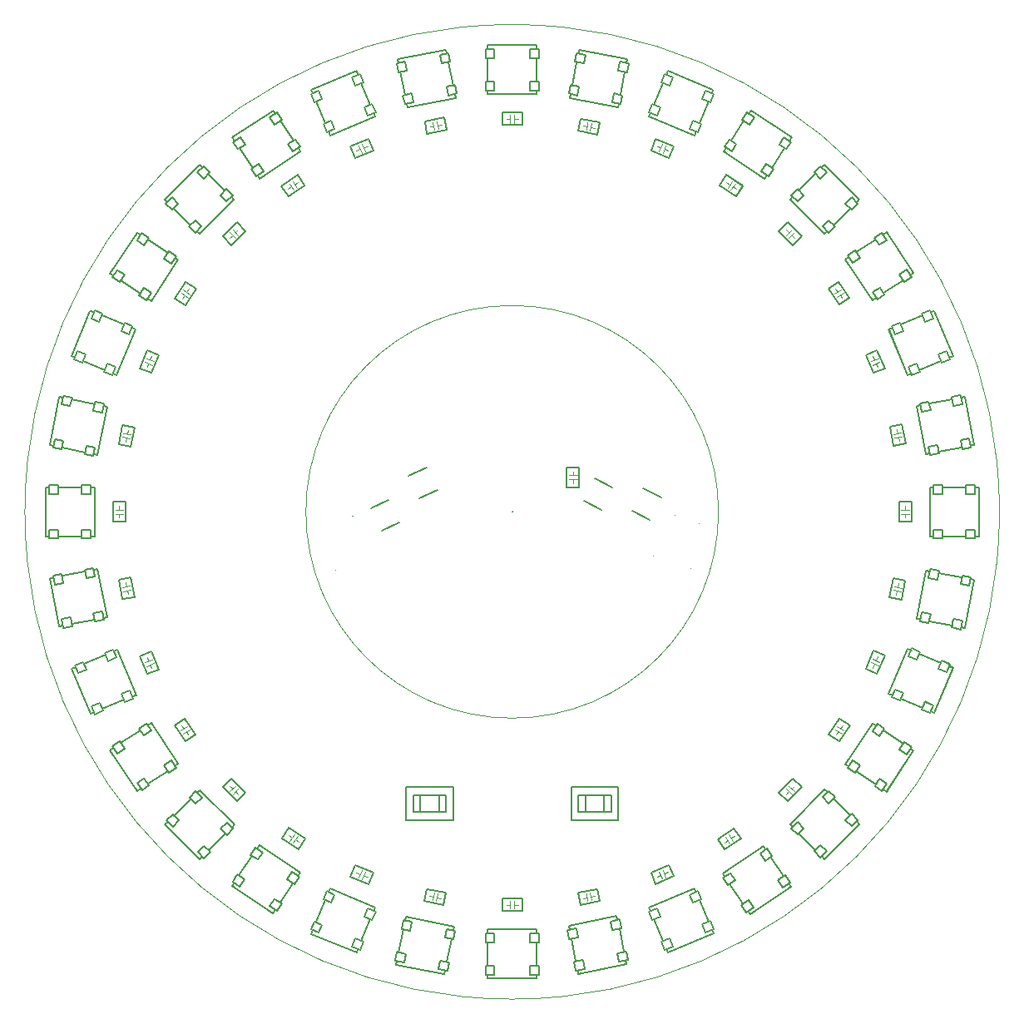
<source format=gbr>
%FSLAX34Y34*%
G04 Gerber Fmt 3.4, Leading zero omitted, Abs format*
G04 (created by PCBNEW (2014-06-29 BZR 4957)-product) date Wed 23 Jul 2014 08:28:38 PM CEST*
%MOIN*%
G01*
G70*
G90*
G04 APERTURE LIST*
%ADD10C,0.003937*%
%ADD11C,0.007874*%
%ADD12C,0.001969*%
%ADD13C,0.008000*%
G04 APERTURE END LIST*
G54D10*
X78582Y-37401D02*
G75*
G03X78582Y-37401I-19527J0D01*
G74*
G01*
X67322Y-37401D02*
G75*
G03X67322Y-37401I-8267J0D01*
G74*
G01*
G54D11*
X59074Y-37401D02*
G75*
G03X59074Y-37401I-19J0D01*
G74*
G01*
X56692Y-48425D02*
X54803Y-48425D01*
X54803Y-48425D02*
X54803Y-49763D01*
X54803Y-49763D02*
X56692Y-49763D01*
X56692Y-49763D02*
X56692Y-48425D01*
X56413Y-49439D02*
X56123Y-49439D01*
X56123Y-49439D02*
X56123Y-48749D01*
X56413Y-48749D02*
X56123Y-48749D01*
X56413Y-49439D02*
X56413Y-48749D01*
X55373Y-49439D02*
X55083Y-49439D01*
X55083Y-49439D02*
X55083Y-48749D01*
X55373Y-48749D02*
X55083Y-48749D01*
X55373Y-49439D02*
X55373Y-48749D01*
X55373Y-49414D02*
X56128Y-49414D01*
X55373Y-48774D02*
X56128Y-48774D01*
X61417Y-49763D02*
X63307Y-49763D01*
X63307Y-49763D02*
X63307Y-48425D01*
X63307Y-48425D02*
X61417Y-48425D01*
X61417Y-48425D02*
X61417Y-49763D01*
X61697Y-48749D02*
X61987Y-48749D01*
X61987Y-48749D02*
X61987Y-49439D01*
X61697Y-49439D02*
X61987Y-49439D01*
X61697Y-48749D02*
X61697Y-49439D01*
X62737Y-48749D02*
X63027Y-48749D01*
X63027Y-48749D02*
X63027Y-49439D01*
X62737Y-49439D02*
X63027Y-49439D01*
X62737Y-48749D02*
X62737Y-49439D01*
X62737Y-48774D02*
X61982Y-48774D01*
X62737Y-49414D02*
X61982Y-49414D01*
G54D12*
X51628Y-37949D02*
G75*
G03X51628Y-37949I-23J0D01*
G74*
G01*
X51978Y-39750D02*
G75*
G03X51978Y-39750I-23J0D01*
G74*
G01*
X53528Y-39190D02*
G75*
G03X53528Y-39190I-23J0D01*
G74*
G01*
X52675Y-37565D02*
G75*
G03X52675Y-37565I-23J0D01*
G74*
G01*
X66202Y-39677D02*
G75*
G03X66202Y-39677I-23J0D01*
G74*
G01*
X66537Y-37873D02*
G75*
G03X66537Y-37873I-23J0D01*
G74*
G01*
X65578Y-37543D02*
G75*
G03X65578Y-37543I-23J0D01*
G74*
G01*
X64720Y-39165D02*
G75*
G03X64720Y-39165I-23J0D01*
G74*
G01*
G54D10*
X55876Y-21790D02*
X55937Y-22098D01*
X56030Y-21759D02*
X56092Y-22068D01*
X56061Y-21913D02*
X56215Y-21882D01*
X55907Y-21944D02*
X55752Y-21975D01*
G54D11*
X56321Y-21608D02*
X55549Y-21763D01*
X55549Y-21763D02*
X55646Y-22249D01*
X55646Y-22249D02*
X56418Y-22095D01*
X56418Y-22095D02*
X56321Y-21608D01*
G54D10*
X52898Y-22719D02*
X53019Y-23010D01*
X53043Y-22659D02*
X53164Y-22950D01*
X53104Y-22804D02*
X53249Y-22744D01*
X52958Y-22864D02*
X52813Y-22925D01*
G54D11*
X53300Y-22454D02*
X52572Y-22756D01*
X52572Y-22756D02*
X52762Y-23214D01*
X52762Y-23214D02*
X53490Y-22913D01*
X53490Y-22913D02*
X53300Y-22454D01*
G54D10*
X50122Y-24243D02*
X50297Y-24505D01*
X50253Y-24156D02*
X50428Y-24417D01*
X50341Y-24286D02*
X50471Y-24199D01*
X50210Y-24374D02*
X50079Y-24462D01*
G54D11*
X50464Y-23905D02*
X49810Y-24343D01*
X49810Y-24343D02*
X50086Y-24755D01*
X50086Y-24755D02*
X50740Y-24317D01*
X50740Y-24317D02*
X50464Y-23905D01*
G54D10*
X47746Y-26204D02*
X47969Y-26426D01*
X47857Y-26092D02*
X48080Y-26315D01*
X47969Y-26204D02*
X48080Y-26092D01*
X47857Y-26315D02*
X47746Y-26426D01*
G54D11*
X48016Y-25806D02*
X47459Y-26362D01*
X47459Y-26362D02*
X47810Y-26713D01*
X47810Y-26713D02*
X48367Y-26156D01*
X48367Y-26156D02*
X48016Y-25806D01*
G54D10*
X45789Y-28639D02*
X46051Y-28814D01*
X45877Y-28508D02*
X46139Y-28683D01*
X46008Y-28595D02*
X46095Y-28464D01*
X45920Y-28726D02*
X45833Y-28857D01*
G54D11*
X45976Y-28196D02*
X45539Y-28851D01*
X45539Y-28851D02*
X45952Y-29126D01*
X45952Y-29126D02*
X46389Y-28471D01*
X46389Y-28471D02*
X45976Y-28196D01*
G54D10*
X44332Y-31390D02*
X44623Y-31510D01*
X44392Y-31244D02*
X44683Y-31365D01*
X44538Y-31305D02*
X44598Y-31159D01*
X44477Y-31450D02*
X44417Y-31596D01*
G54D11*
X44429Y-30919D02*
X44128Y-31646D01*
X44128Y-31646D02*
X44586Y-31836D01*
X44586Y-31836D02*
X44887Y-31109D01*
X44887Y-31109D02*
X44429Y-30919D01*
G54D10*
X43432Y-34397D02*
X43741Y-34458D01*
X43463Y-34242D02*
X43772Y-34303D01*
X43617Y-34273D02*
X43648Y-34118D01*
X43587Y-34427D02*
X43556Y-34582D01*
G54D11*
X43435Y-33916D02*
X43282Y-34688D01*
X43282Y-34688D02*
X43769Y-34784D01*
X43769Y-34784D02*
X43922Y-34012D01*
X43922Y-34012D02*
X43435Y-33916D01*
G54D10*
X43149Y-37480D02*
X43464Y-37480D01*
X43149Y-37322D02*
X43464Y-37322D01*
X43307Y-37322D02*
X43307Y-37165D01*
X43307Y-37480D02*
X43307Y-37637D01*
G54D11*
X43059Y-37007D02*
X43059Y-37795D01*
X43059Y-37795D02*
X43555Y-37795D01*
X43555Y-37795D02*
X43555Y-37007D01*
X43555Y-37007D02*
X43059Y-37007D01*
G54D10*
X43463Y-40580D02*
X43772Y-40518D01*
X43432Y-40426D02*
X43741Y-40364D01*
X43586Y-40395D02*
X43556Y-40240D01*
X43617Y-40549D02*
X43648Y-40704D01*
G54D11*
X43281Y-40134D02*
X43436Y-40907D01*
X43436Y-40907D02*
X43922Y-40809D01*
X43922Y-40809D02*
X43768Y-40037D01*
X43768Y-40037D02*
X43281Y-40134D01*
G54D10*
X44392Y-43577D02*
X44683Y-43457D01*
X44332Y-43432D02*
X44623Y-43311D01*
X44477Y-43372D02*
X44417Y-43226D01*
X44538Y-43517D02*
X44598Y-43663D01*
G54D11*
X44128Y-43176D02*
X44429Y-43903D01*
X44429Y-43903D02*
X44887Y-43713D01*
X44887Y-43713D02*
X44586Y-42986D01*
X44586Y-42986D02*
X44128Y-43176D01*
G54D10*
X45857Y-46294D02*
X46119Y-46119D01*
X45770Y-46163D02*
X46031Y-45988D01*
X45901Y-46076D02*
X45813Y-45945D01*
X45988Y-46207D02*
X46076Y-46338D01*
G54D11*
X45519Y-45952D02*
X45957Y-46606D01*
X45957Y-46606D02*
X46370Y-46330D01*
X46370Y-46330D02*
X45931Y-45676D01*
X45931Y-45676D02*
X45519Y-45952D01*
G54D10*
X47857Y-48710D02*
X48080Y-48487D01*
X47746Y-48598D02*
X47969Y-48376D01*
X47857Y-48487D02*
X47746Y-48376D01*
X47969Y-48598D02*
X48080Y-48710D01*
G54D11*
X47459Y-48440D02*
X48016Y-48997D01*
X48016Y-48997D02*
X48367Y-48646D01*
X48367Y-48646D02*
X47810Y-48089D01*
X47810Y-48089D02*
X47459Y-48440D01*
G54D10*
X50273Y-50666D02*
X50448Y-50404D01*
X50142Y-50579D02*
X50317Y-50317D01*
X50229Y-50448D02*
X50098Y-50361D01*
X50360Y-50535D02*
X50491Y-50623D01*
G54D11*
X49830Y-50480D02*
X50485Y-50916D01*
X50485Y-50916D02*
X50760Y-50504D01*
X50760Y-50504D02*
X50105Y-50067D01*
X50105Y-50067D02*
X49830Y-50480D01*
G54D10*
X53043Y-52124D02*
X53164Y-51833D01*
X52898Y-52064D02*
X53019Y-51773D01*
X52958Y-51918D02*
X52813Y-51858D01*
X53104Y-51978D02*
X53249Y-52039D01*
G54D11*
X52572Y-52027D02*
X53300Y-52328D01*
X53300Y-52328D02*
X53490Y-51870D01*
X53490Y-51870D02*
X52762Y-51569D01*
X52762Y-51569D02*
X52572Y-52027D01*
G54D10*
X56011Y-53004D02*
X56072Y-52695D01*
X55856Y-52973D02*
X55917Y-52664D01*
X55887Y-52819D02*
X55732Y-52788D01*
X56041Y-52849D02*
X56196Y-52880D01*
G54D11*
X55530Y-53001D02*
X56302Y-53154D01*
X56302Y-53154D02*
X56398Y-52667D01*
X56398Y-52667D02*
X55626Y-52514D01*
X55626Y-52514D02*
X55530Y-53001D01*
G54D10*
X62233Y-52974D02*
X62173Y-52665D01*
X62078Y-53004D02*
X62018Y-52694D01*
X62048Y-52849D02*
X61894Y-52879D01*
X62203Y-52819D02*
X62357Y-52789D01*
G54D11*
X61786Y-53152D02*
X62559Y-53003D01*
X62559Y-53003D02*
X62465Y-52516D01*
X62465Y-52516D02*
X61692Y-52665D01*
X61692Y-52665D02*
X61786Y-53152D01*
G54D10*
X59133Y-53307D02*
X59133Y-52992D01*
X58976Y-53307D02*
X58976Y-52992D01*
X58976Y-53149D02*
X58818Y-53149D01*
X59133Y-53149D02*
X59291Y-53149D01*
G54D11*
X58661Y-53397D02*
X59448Y-53397D01*
X59448Y-53397D02*
X59448Y-52901D01*
X59448Y-52901D02*
X58661Y-52901D01*
X58661Y-52901D02*
X58661Y-53397D01*
G54D10*
X65212Y-52043D02*
X65090Y-51753D01*
X65067Y-52104D02*
X64945Y-51814D01*
X65006Y-51959D02*
X64860Y-52020D01*
X65151Y-51898D02*
X65296Y-51837D01*
G54D11*
X64811Y-52310D02*
X65537Y-52005D01*
X65537Y-52005D02*
X65345Y-51547D01*
X65345Y-51547D02*
X64619Y-51853D01*
X64619Y-51853D02*
X64811Y-52310D01*
G54D10*
X67909Y-50598D02*
X67733Y-50337D01*
X67778Y-50686D02*
X67602Y-50425D01*
X67690Y-50555D02*
X67560Y-50643D01*
X67821Y-50467D02*
X67951Y-50379D01*
G54D11*
X67568Y-50937D02*
X68220Y-50497D01*
X68220Y-50497D02*
X67943Y-50086D01*
X67943Y-50086D02*
X67290Y-50526D01*
X67290Y-50526D02*
X67568Y-50937D01*
G54D10*
X70363Y-48598D02*
X70141Y-48376D01*
X70252Y-48710D02*
X70029Y-48487D01*
X70141Y-48598D02*
X70029Y-48710D01*
X70252Y-48487D02*
X70363Y-48376D01*
G54D11*
X70093Y-48997D02*
X70650Y-48440D01*
X70650Y-48440D02*
X70299Y-48089D01*
X70299Y-48089D02*
X69743Y-48646D01*
X69743Y-48646D02*
X70093Y-48997D01*
G54D10*
X72340Y-46163D02*
X72078Y-45988D01*
X72252Y-46294D02*
X71990Y-46119D01*
X72121Y-46207D02*
X72033Y-46338D01*
X72209Y-46076D02*
X72296Y-45945D01*
G54D11*
X72152Y-46606D02*
X72590Y-45952D01*
X72590Y-45952D02*
X72178Y-45676D01*
X72178Y-45676D02*
X71740Y-46330D01*
X71740Y-46330D02*
X72152Y-46606D01*
G54D10*
X73777Y-43412D02*
X73487Y-43292D01*
X73717Y-43558D02*
X73426Y-43437D01*
X73572Y-43497D02*
X73511Y-43643D01*
X73632Y-43352D02*
X73692Y-43206D01*
G54D11*
X73680Y-43883D02*
X73982Y-43156D01*
X73982Y-43156D02*
X73523Y-42966D01*
X73523Y-42966D02*
X73222Y-43694D01*
X73222Y-43694D02*
X73680Y-43883D01*
G54D10*
X74658Y-40445D02*
X74349Y-40384D01*
X74627Y-40600D02*
X74318Y-40538D01*
X74472Y-40569D02*
X74441Y-40723D01*
X74503Y-40414D02*
X74534Y-40260D01*
G54D11*
X74654Y-40926D02*
X74808Y-40154D01*
X74808Y-40154D02*
X74322Y-40057D01*
X74322Y-40057D02*
X74167Y-40829D01*
X74167Y-40829D02*
X74654Y-40926D01*
G54D10*
X74960Y-37322D02*
X74645Y-37322D01*
X74960Y-37480D02*
X74645Y-37480D01*
X74803Y-37480D02*
X74803Y-37637D01*
X74803Y-37322D02*
X74803Y-37165D01*
G54D11*
X75051Y-37795D02*
X75051Y-37007D01*
X75051Y-37007D02*
X74555Y-37007D01*
X74555Y-37007D02*
X74555Y-37795D01*
X74555Y-37795D02*
X75051Y-37795D01*
G54D10*
X74647Y-34222D02*
X74338Y-34284D01*
X74677Y-34377D02*
X74368Y-34438D01*
X74523Y-34407D02*
X74553Y-34562D01*
X74492Y-34253D02*
X74461Y-34098D01*
G54D11*
X74827Y-34668D02*
X74674Y-33896D01*
X74674Y-33896D02*
X74188Y-33992D01*
X74188Y-33992D02*
X74341Y-34765D01*
X74341Y-34765D02*
X74827Y-34668D01*
G54D10*
X73717Y-31244D02*
X73426Y-31365D01*
X73777Y-31390D02*
X73487Y-31510D01*
X73632Y-31450D02*
X73692Y-31596D01*
X73572Y-31305D02*
X73511Y-31159D01*
G54D11*
X73982Y-31646D02*
X73680Y-30919D01*
X73680Y-30919D02*
X73222Y-31109D01*
X73222Y-31109D02*
X73523Y-31836D01*
X73523Y-31836D02*
X73982Y-31646D01*
G54D10*
X72232Y-28488D02*
X71971Y-28663D01*
X72320Y-28619D02*
X72058Y-28794D01*
X72189Y-28707D02*
X72277Y-28838D01*
X72101Y-28576D02*
X72014Y-28445D01*
G54D11*
X72570Y-28830D02*
X72132Y-28176D01*
X72132Y-28176D02*
X71720Y-28452D01*
X71720Y-28452D02*
X72158Y-29106D01*
X72158Y-29106D02*
X72570Y-28830D01*
G54D10*
X70252Y-26092D02*
X70029Y-26315D01*
X70363Y-26204D02*
X70141Y-26426D01*
X70252Y-26315D02*
X70363Y-26426D01*
X70141Y-26204D02*
X70029Y-26092D01*
G54D11*
X70650Y-26362D02*
X70093Y-25806D01*
X70093Y-25806D02*
X69743Y-26156D01*
X69743Y-26156D02*
X70299Y-26713D01*
X70299Y-26713D02*
X70650Y-26362D01*
G54D10*
X67855Y-24155D02*
X67682Y-24419D01*
X67986Y-24242D02*
X67813Y-24505D01*
X67900Y-24373D02*
X68032Y-24460D01*
X67768Y-24287D02*
X67637Y-24201D01*
G54D11*
X68299Y-24339D02*
X67641Y-23907D01*
X67641Y-23907D02*
X67369Y-24321D01*
X67369Y-24321D02*
X68027Y-24754D01*
X68027Y-24754D02*
X68299Y-24339D01*
G54D10*
X65066Y-22659D02*
X64945Y-22950D01*
X65211Y-22719D02*
X65091Y-23010D01*
X65151Y-22864D02*
X65296Y-22925D01*
X65005Y-22804D02*
X64860Y-22744D01*
G54D11*
X65537Y-22756D02*
X64809Y-22454D01*
X64809Y-22454D02*
X64620Y-22913D01*
X64620Y-22913D02*
X65347Y-23214D01*
X65347Y-23214D02*
X65537Y-22756D01*
G54D10*
X62079Y-21798D02*
X62017Y-22107D01*
X62234Y-21829D02*
X62172Y-22138D01*
X62203Y-21983D02*
X62357Y-22014D01*
X62048Y-21953D02*
X61894Y-21922D01*
G54D11*
X62560Y-21802D02*
X61788Y-21648D01*
X61788Y-21648D02*
X61691Y-22134D01*
X61691Y-22134D02*
X62463Y-22288D01*
X62463Y-22288D02*
X62560Y-21802D01*
G54D10*
X58976Y-21496D02*
X58976Y-21811D01*
X59133Y-21496D02*
X59133Y-21811D01*
X59133Y-21653D02*
X59291Y-21653D01*
X58976Y-21653D02*
X58818Y-21653D01*
G54D11*
X59448Y-21405D02*
X58661Y-21405D01*
X58661Y-21405D02*
X58661Y-21901D01*
X58661Y-21901D02*
X59448Y-21901D01*
X59448Y-21901D02*
X59448Y-21405D01*
G54D10*
X55937Y-22098D02*
X55876Y-21790D01*
X56092Y-22068D02*
X56030Y-21759D01*
X56061Y-21913D02*
X56215Y-21882D01*
X55907Y-21944D02*
X55752Y-21975D01*
G54D11*
X56418Y-22095D02*
X55646Y-22249D01*
X55646Y-22249D02*
X55549Y-21763D01*
X55549Y-21763D02*
X56321Y-21608D01*
X56321Y-21608D02*
X56418Y-22095D01*
G54D10*
X53019Y-23010D02*
X52898Y-22719D01*
X53164Y-22950D02*
X53043Y-22659D01*
X53104Y-22804D02*
X53249Y-22744D01*
X52958Y-22864D02*
X52813Y-22925D01*
G54D11*
X53490Y-22913D02*
X52762Y-23214D01*
X52762Y-23214D02*
X52572Y-22756D01*
X52572Y-22756D02*
X53300Y-22454D01*
X53300Y-22454D02*
X53490Y-22913D01*
G54D10*
X50297Y-24505D02*
X50122Y-24243D01*
X50428Y-24417D02*
X50253Y-24156D01*
X50341Y-24286D02*
X50471Y-24199D01*
X50210Y-24374D02*
X50079Y-24462D01*
G54D11*
X50740Y-24317D02*
X50086Y-24755D01*
X50086Y-24755D02*
X49810Y-24343D01*
X49810Y-24343D02*
X50464Y-23905D01*
X50464Y-23905D02*
X50740Y-24317D01*
G54D10*
X47969Y-26426D02*
X47746Y-26204D01*
X48080Y-26315D02*
X47857Y-26092D01*
X47969Y-26204D02*
X48080Y-26092D01*
X47857Y-26315D02*
X47746Y-26426D01*
G54D11*
X48367Y-26156D02*
X47810Y-26713D01*
X47810Y-26713D02*
X47459Y-26362D01*
X47459Y-26362D02*
X48016Y-25806D01*
X48016Y-25806D02*
X48367Y-26156D01*
G54D10*
X46051Y-28814D02*
X45789Y-28639D01*
X46139Y-28683D02*
X45877Y-28508D01*
X46008Y-28595D02*
X46095Y-28464D01*
X45920Y-28726D02*
X45833Y-28857D01*
G54D11*
X46389Y-28471D02*
X45952Y-29126D01*
X45952Y-29126D02*
X45539Y-28851D01*
X45539Y-28851D02*
X45976Y-28196D01*
X45976Y-28196D02*
X46389Y-28471D01*
G54D10*
X44623Y-31510D02*
X44332Y-31390D01*
X44683Y-31365D02*
X44392Y-31244D01*
X44538Y-31305D02*
X44598Y-31159D01*
X44477Y-31450D02*
X44417Y-31596D01*
G54D11*
X44887Y-31109D02*
X44586Y-31836D01*
X44586Y-31836D02*
X44128Y-31646D01*
X44128Y-31646D02*
X44429Y-30919D01*
X44429Y-30919D02*
X44887Y-31109D01*
G54D10*
X43741Y-34458D02*
X43432Y-34397D01*
X43772Y-34303D02*
X43463Y-34242D01*
X43617Y-34273D02*
X43648Y-34118D01*
X43587Y-34427D02*
X43556Y-34582D01*
G54D11*
X43922Y-34012D02*
X43769Y-34784D01*
X43769Y-34784D02*
X43282Y-34688D01*
X43282Y-34688D02*
X43435Y-33916D01*
X43435Y-33916D02*
X43922Y-34012D01*
G54D10*
X43464Y-37480D02*
X43149Y-37480D01*
X43464Y-37322D02*
X43149Y-37322D01*
X43307Y-37322D02*
X43307Y-37165D01*
X43307Y-37480D02*
X43307Y-37637D01*
G54D11*
X43555Y-37007D02*
X43555Y-37795D01*
X43555Y-37795D02*
X43059Y-37795D01*
X43059Y-37795D02*
X43059Y-37007D01*
X43059Y-37007D02*
X43555Y-37007D01*
G54D10*
X43772Y-40518D02*
X43463Y-40580D01*
X43741Y-40364D02*
X43432Y-40426D01*
X43586Y-40395D02*
X43556Y-40240D01*
X43617Y-40549D02*
X43648Y-40704D01*
G54D11*
X43768Y-40037D02*
X43922Y-40809D01*
X43922Y-40809D02*
X43436Y-40907D01*
X43436Y-40907D02*
X43281Y-40134D01*
X43281Y-40134D02*
X43768Y-40037D01*
G54D10*
X44683Y-43457D02*
X44392Y-43577D01*
X44623Y-43311D02*
X44332Y-43432D01*
X44477Y-43372D02*
X44417Y-43226D01*
X44538Y-43517D02*
X44598Y-43663D01*
G54D11*
X44586Y-42986D02*
X44887Y-43713D01*
X44887Y-43713D02*
X44429Y-43903D01*
X44429Y-43903D02*
X44128Y-43176D01*
X44128Y-43176D02*
X44586Y-42986D01*
G54D10*
X46119Y-46119D02*
X45857Y-46294D01*
X46031Y-45988D02*
X45770Y-46163D01*
X45901Y-46076D02*
X45813Y-45945D01*
X45988Y-46207D02*
X46076Y-46338D01*
G54D11*
X45931Y-45676D02*
X46370Y-46330D01*
X46370Y-46330D02*
X45957Y-46606D01*
X45957Y-46606D02*
X45519Y-45952D01*
X45519Y-45952D02*
X45931Y-45676D01*
G54D10*
X48080Y-48487D02*
X47857Y-48710D01*
X47969Y-48376D02*
X47746Y-48598D01*
X47857Y-48487D02*
X47746Y-48376D01*
X47969Y-48598D02*
X48080Y-48710D01*
G54D11*
X47810Y-48089D02*
X48367Y-48646D01*
X48367Y-48646D02*
X48016Y-48997D01*
X48016Y-48997D02*
X47459Y-48440D01*
X47459Y-48440D02*
X47810Y-48089D01*
G54D10*
X50448Y-50404D02*
X50273Y-50666D01*
X50317Y-50317D02*
X50142Y-50579D01*
X50229Y-50448D02*
X50098Y-50361D01*
X50360Y-50535D02*
X50491Y-50623D01*
G54D11*
X50105Y-50067D02*
X50760Y-50504D01*
X50760Y-50504D02*
X50485Y-50916D01*
X50485Y-50916D02*
X49830Y-50480D01*
X49830Y-50480D02*
X50105Y-50067D01*
G54D10*
X53164Y-51833D02*
X53043Y-52124D01*
X53019Y-51773D02*
X52898Y-52064D01*
X52958Y-51918D02*
X52813Y-51858D01*
X53104Y-51978D02*
X53249Y-52039D01*
G54D11*
X52762Y-51569D02*
X53490Y-51870D01*
X53490Y-51870D02*
X53300Y-52328D01*
X53300Y-52328D02*
X52572Y-52027D01*
X52572Y-52027D02*
X52762Y-51569D01*
G54D10*
X56072Y-52695D02*
X56011Y-53004D01*
X55917Y-52664D02*
X55856Y-52973D01*
X55887Y-52819D02*
X55732Y-52788D01*
X56041Y-52849D02*
X56196Y-52880D01*
G54D11*
X55626Y-52514D02*
X56398Y-52667D01*
X56398Y-52667D02*
X56302Y-53154D01*
X56302Y-53154D02*
X55530Y-53001D01*
X55530Y-53001D02*
X55626Y-52514D01*
G54D10*
X59133Y-52992D02*
X59133Y-53307D01*
X58976Y-52992D02*
X58976Y-53307D01*
X58976Y-53149D02*
X58818Y-53149D01*
X59133Y-53149D02*
X59291Y-53149D01*
G54D11*
X58661Y-52901D02*
X59448Y-52901D01*
X59448Y-52901D02*
X59448Y-53397D01*
X59448Y-53397D02*
X58661Y-53397D01*
X58661Y-53397D02*
X58661Y-52901D01*
G54D10*
X62171Y-52664D02*
X62234Y-52973D01*
X62017Y-52696D02*
X62080Y-53004D01*
X62048Y-52850D02*
X61894Y-52882D01*
X62203Y-52818D02*
X62357Y-52787D01*
G54D11*
X61690Y-52670D02*
X62461Y-52512D01*
X62461Y-52512D02*
X62561Y-52998D01*
X62561Y-52998D02*
X61790Y-53156D01*
X61790Y-53156D02*
X61690Y-52670D01*
G54D10*
X65090Y-51753D02*
X65212Y-52043D01*
X64945Y-51814D02*
X65067Y-52104D01*
X65006Y-51959D02*
X64860Y-52020D01*
X65151Y-51898D02*
X65296Y-51837D01*
G54D11*
X64619Y-51853D02*
X65345Y-51547D01*
X65345Y-51547D02*
X65537Y-52005D01*
X65537Y-52005D02*
X64811Y-52310D01*
X64811Y-52310D02*
X64619Y-51853D01*
G54D10*
X67733Y-50337D02*
X67909Y-50598D01*
X67602Y-50425D02*
X67778Y-50686D01*
X67690Y-50555D02*
X67560Y-50643D01*
X67821Y-50467D02*
X67951Y-50379D01*
G54D11*
X67290Y-50526D02*
X67943Y-50086D01*
X67943Y-50086D02*
X68220Y-50497D01*
X68220Y-50497D02*
X67568Y-50937D01*
X67568Y-50937D02*
X67290Y-50526D01*
G54D10*
X70141Y-48376D02*
X70363Y-48598D01*
X70029Y-48487D02*
X70252Y-48710D01*
X70141Y-48598D02*
X70029Y-48710D01*
X70252Y-48487D02*
X70363Y-48376D01*
G54D11*
X69743Y-48646D02*
X70299Y-48089D01*
X70299Y-48089D02*
X70650Y-48440D01*
X70650Y-48440D02*
X70093Y-48997D01*
X70093Y-48997D02*
X69743Y-48646D01*
G54D10*
X72078Y-45988D02*
X72340Y-46163D01*
X71990Y-46119D02*
X72252Y-46294D01*
X72121Y-46207D02*
X72033Y-46338D01*
X72209Y-46076D02*
X72296Y-45945D01*
G54D11*
X71740Y-46330D02*
X72178Y-45676D01*
X72178Y-45676D02*
X72590Y-45952D01*
X72590Y-45952D02*
X72152Y-46606D01*
X72152Y-46606D02*
X71740Y-46330D01*
G54D10*
X73487Y-43291D02*
X73778Y-43413D01*
X73426Y-43437D02*
X73717Y-43558D01*
X73572Y-43497D02*
X73511Y-43643D01*
X73632Y-43352D02*
X73693Y-43207D01*
G54D11*
X73222Y-43693D02*
X73524Y-42966D01*
X73524Y-42966D02*
X73982Y-43157D01*
X73982Y-43157D02*
X73680Y-43883D01*
X73680Y-43883D02*
X73222Y-43693D01*
G54D10*
X74349Y-40384D02*
X74658Y-40445D01*
X74318Y-40538D02*
X74627Y-40600D01*
X74472Y-40569D02*
X74441Y-40723D01*
X74503Y-40414D02*
X74534Y-40260D01*
G54D11*
X74167Y-40829D02*
X74322Y-40057D01*
X74322Y-40057D02*
X74808Y-40154D01*
X74808Y-40154D02*
X74654Y-40926D01*
X74654Y-40926D02*
X74167Y-40829D01*
G54D10*
X74645Y-37322D02*
X74960Y-37322D01*
X74645Y-37480D02*
X74960Y-37480D01*
X74803Y-37480D02*
X74803Y-37637D01*
X74803Y-37322D02*
X74803Y-37165D01*
G54D11*
X74555Y-37795D02*
X74555Y-37007D01*
X74555Y-37007D02*
X75051Y-37007D01*
X75051Y-37007D02*
X75051Y-37795D01*
X75051Y-37795D02*
X74555Y-37795D01*
G54D10*
X74338Y-34284D02*
X74647Y-34222D01*
X74368Y-34438D02*
X74677Y-34377D01*
X74523Y-34407D02*
X74553Y-34562D01*
X74492Y-34253D02*
X74461Y-34098D01*
G54D11*
X74341Y-34765D02*
X74188Y-33992D01*
X74188Y-33992D02*
X74674Y-33896D01*
X74674Y-33896D02*
X74827Y-34668D01*
X74827Y-34668D02*
X74341Y-34765D01*
G54D10*
X73426Y-31365D02*
X73717Y-31244D01*
X73487Y-31511D02*
X73778Y-31390D01*
X73632Y-31450D02*
X73693Y-31596D01*
X73572Y-31305D02*
X73511Y-31159D01*
G54D11*
X73524Y-31836D02*
X73222Y-31109D01*
X73222Y-31109D02*
X73680Y-30919D01*
X73680Y-30919D02*
X73982Y-31646D01*
X73982Y-31646D02*
X73524Y-31836D01*
G54D10*
X71971Y-28663D02*
X72232Y-28488D01*
X72058Y-28794D02*
X72320Y-28619D01*
X72189Y-28707D02*
X72277Y-28838D01*
X72101Y-28576D02*
X72014Y-28445D01*
G54D11*
X72158Y-29106D02*
X71720Y-28452D01*
X71720Y-28452D02*
X72132Y-28176D01*
X72132Y-28176D02*
X72570Y-28830D01*
X72570Y-28830D02*
X72158Y-29106D01*
G54D10*
X70029Y-26315D02*
X70252Y-26092D01*
X70141Y-26426D02*
X70363Y-26204D01*
X70252Y-26315D02*
X70363Y-26426D01*
X70141Y-26204D02*
X70029Y-26092D01*
G54D11*
X70299Y-26713D02*
X69743Y-26156D01*
X69743Y-26156D02*
X70093Y-25806D01*
X70093Y-25806D02*
X70650Y-26362D01*
X70650Y-26362D02*
X70299Y-26713D01*
G54D10*
X67681Y-24417D02*
X67856Y-24156D01*
X67812Y-24505D02*
X67987Y-24243D01*
X67900Y-24374D02*
X68030Y-24462D01*
X67769Y-24286D02*
X67638Y-24199D01*
G54D11*
X68023Y-24755D02*
X67369Y-24317D01*
X67369Y-24317D02*
X67645Y-23905D01*
X67645Y-23905D02*
X68299Y-24343D01*
X68299Y-24343D02*
X68023Y-24755D01*
G54D10*
X64945Y-22950D02*
X65066Y-22659D01*
X65091Y-23010D02*
X65211Y-22719D01*
X65151Y-22864D02*
X65296Y-22925D01*
X65005Y-22804D02*
X64860Y-22744D01*
G54D11*
X65347Y-23214D02*
X64620Y-22913D01*
X64620Y-22913D02*
X64809Y-22454D01*
X64809Y-22454D02*
X65537Y-22756D01*
X65537Y-22756D02*
X65347Y-23214D01*
G54D10*
X62017Y-22107D02*
X62079Y-21798D01*
X62172Y-22138D02*
X62234Y-21829D01*
X62203Y-21983D02*
X62357Y-22014D01*
X62048Y-21953D02*
X61894Y-21922D01*
G54D11*
X62463Y-22288D02*
X61691Y-22134D01*
X61691Y-22134D02*
X61788Y-21648D01*
X61788Y-21648D02*
X62560Y-21802D01*
X62560Y-21802D02*
X62463Y-22288D01*
G54D10*
X58976Y-21811D02*
X58976Y-21496D01*
X59133Y-21811D02*
X59133Y-21496D01*
X59133Y-21653D02*
X59291Y-21653D01*
X58976Y-21653D02*
X58818Y-21653D01*
G54D11*
X59448Y-21901D02*
X58661Y-21901D01*
X58661Y-21901D02*
X58661Y-21405D01*
X58661Y-21405D02*
X59448Y-21405D01*
X59448Y-21405D02*
X59448Y-21901D01*
G54D10*
X61334Y-36098D02*
X61649Y-36098D01*
X61334Y-35940D02*
X61649Y-35940D01*
X61492Y-35940D02*
X61492Y-35783D01*
X61492Y-36098D02*
X61492Y-36255D01*
G54D11*
X61244Y-35625D02*
X61244Y-36413D01*
X61244Y-36413D02*
X61740Y-36413D01*
X61740Y-36413D02*
X61740Y-35625D01*
X61740Y-35625D02*
X61244Y-35625D01*
G54D13*
X54502Y-19421D02*
X54471Y-19267D01*
X54757Y-20695D02*
X54572Y-19768D01*
X54857Y-21197D02*
X54826Y-21042D01*
X56433Y-19035D02*
X56402Y-18881D01*
X56687Y-20309D02*
X56502Y-19383D01*
X56787Y-20811D02*
X56757Y-20657D01*
X56834Y-20641D02*
X56764Y-20294D01*
X56764Y-20294D02*
X56417Y-20363D01*
X56417Y-20363D02*
X56486Y-20711D01*
X56486Y-20711D02*
X56834Y-20641D01*
X56510Y-19020D02*
X56579Y-19367D01*
X56579Y-19367D02*
X56232Y-19437D01*
X56232Y-19437D02*
X56162Y-19089D01*
X56162Y-19089D02*
X56510Y-19020D01*
G54D11*
X54749Y-21058D02*
X55097Y-20988D01*
X55097Y-20988D02*
X55027Y-20641D01*
X55027Y-20641D02*
X54680Y-20710D01*
X54680Y-20710D02*
X54749Y-21058D01*
X54494Y-19784D02*
X54842Y-19714D01*
X54842Y-19714D02*
X54772Y-19367D01*
X54772Y-19367D02*
X54425Y-19436D01*
X54425Y-19436D02*
X54494Y-19784D01*
X56402Y-18881D02*
X54471Y-19267D01*
X54857Y-21197D02*
X56787Y-20811D01*
G54D13*
X51057Y-20636D02*
X50997Y-20490D01*
X51554Y-21836D02*
X51193Y-20963D01*
X51750Y-22309D02*
X51690Y-22164D01*
X52876Y-19883D02*
X52816Y-19737D01*
X53373Y-21083D02*
X53011Y-20210D01*
X53569Y-21556D02*
X53509Y-21410D01*
X53581Y-21380D02*
X53446Y-21053D01*
X53446Y-21053D02*
X53118Y-21188D01*
X53118Y-21188D02*
X53254Y-21516D01*
X53254Y-21516D02*
X53581Y-21380D01*
X52949Y-19852D02*
X53084Y-20180D01*
X53084Y-20180D02*
X52757Y-20315D01*
X52757Y-20315D02*
X52621Y-19988D01*
X52621Y-19988D02*
X52949Y-19852D01*
G54D11*
X51617Y-22194D02*
X51945Y-22058D01*
X51945Y-22058D02*
X51809Y-21731D01*
X51809Y-21731D02*
X51482Y-21866D01*
X51482Y-21866D02*
X51617Y-22194D01*
X51120Y-20993D02*
X51447Y-20858D01*
X51447Y-20858D02*
X51312Y-20530D01*
X51312Y-20530D02*
X50984Y-20666D01*
X50984Y-20666D02*
X51120Y-20993D01*
X52816Y-19737D02*
X50997Y-20490D01*
X51750Y-22309D02*
X53569Y-21556D01*
G54D13*
X47934Y-22537D02*
X47847Y-22406D01*
X48657Y-23617D02*
X48131Y-22832D01*
X48942Y-24042D02*
X48854Y-23911D01*
X49570Y-21442D02*
X49482Y-21311D01*
X50293Y-22522D02*
X49767Y-21737D01*
X50578Y-22947D02*
X50490Y-22816D01*
X50555Y-22772D02*
X50358Y-22478D01*
X50358Y-22478D02*
X50064Y-22675D01*
X50064Y-22675D02*
X50261Y-22969D01*
X50261Y-22969D02*
X50555Y-22772D01*
X49635Y-21398D02*
X49833Y-21693D01*
X49833Y-21693D02*
X49538Y-21890D01*
X49538Y-21890D02*
X49341Y-21595D01*
X49341Y-21595D02*
X49635Y-21398D01*
G54D11*
X48789Y-23955D02*
X49083Y-23758D01*
X49083Y-23758D02*
X48886Y-23463D01*
X48886Y-23463D02*
X48592Y-23661D01*
X48592Y-23661D02*
X48789Y-23955D01*
X48066Y-22875D02*
X48360Y-22678D01*
X48360Y-22678D02*
X48163Y-22384D01*
X48163Y-22384D02*
X47869Y-22581D01*
X47869Y-22581D02*
X48066Y-22875D01*
X49482Y-21311D02*
X47847Y-22406D01*
X48942Y-24042D02*
X50577Y-22947D01*
G54D13*
X45235Y-24993D02*
X45123Y-24881D01*
X46153Y-25911D02*
X45485Y-25243D01*
X46515Y-26273D02*
X46404Y-26162D01*
X46627Y-23601D02*
X46515Y-23489D01*
X47545Y-24519D02*
X46877Y-23851D01*
X47907Y-24881D02*
X47796Y-24770D01*
X47852Y-24714D02*
X47601Y-24464D01*
X47601Y-24464D02*
X47350Y-24714D01*
X47350Y-24714D02*
X47601Y-24965D01*
X47601Y-24965D02*
X47852Y-24714D01*
X46682Y-23545D02*
X46933Y-23796D01*
X46933Y-23796D02*
X46682Y-24046D01*
X46682Y-24046D02*
X46432Y-23796D01*
X46432Y-23796D02*
X46682Y-23545D01*
G54D11*
X46348Y-26218D02*
X46599Y-25967D01*
X46599Y-25967D02*
X46348Y-25717D01*
X46348Y-25717D02*
X46098Y-25967D01*
X46098Y-25967D02*
X46348Y-26218D01*
X45430Y-25299D02*
X45680Y-25048D01*
X45680Y-25048D02*
X45430Y-24798D01*
X45430Y-24798D02*
X45179Y-25048D01*
X45179Y-25048D02*
X45430Y-25299D01*
X46515Y-23489D02*
X45123Y-24881D01*
X46515Y-26273D02*
X47907Y-24881D01*
G54D13*
X43077Y-27938D02*
X42946Y-27851D01*
X44157Y-28659D02*
X43371Y-28135D01*
X44583Y-28943D02*
X44452Y-28856D01*
X44169Y-26301D02*
X44038Y-26213D01*
X45250Y-27022D02*
X44464Y-26497D01*
X45675Y-27305D02*
X45544Y-27218D01*
X45588Y-27153D02*
X45293Y-26956D01*
X45293Y-26956D02*
X45097Y-27251D01*
X45097Y-27251D02*
X45392Y-27447D01*
X45392Y-27447D02*
X45588Y-27153D01*
X44212Y-26235D02*
X44507Y-26432D01*
X44507Y-26432D02*
X44311Y-26727D01*
X44311Y-26727D02*
X44016Y-26530D01*
X44016Y-26530D02*
X44212Y-26235D01*
G54D11*
X44409Y-28921D02*
X44605Y-28627D01*
X44605Y-28627D02*
X44310Y-28430D01*
X44310Y-28430D02*
X44114Y-28725D01*
X44114Y-28725D02*
X44409Y-28921D01*
X43328Y-28200D02*
X43524Y-27906D01*
X43524Y-27906D02*
X43229Y-27709D01*
X43229Y-27709D02*
X43033Y-28004D01*
X43033Y-28004D02*
X43328Y-28200D01*
X44038Y-26213D02*
X42946Y-27851D01*
X44583Y-28943D02*
X45675Y-27306D01*
G54D13*
X41536Y-31222D02*
X41391Y-31162D01*
X42736Y-31720D02*
X41864Y-31358D01*
X43209Y-31915D02*
X43064Y-31855D01*
X42289Y-29404D02*
X42144Y-29343D01*
X43490Y-29901D02*
X42617Y-29539D01*
X43963Y-30097D02*
X43817Y-30036D01*
X43847Y-29964D02*
X43520Y-29828D01*
X43520Y-29828D02*
X43384Y-30155D01*
X43384Y-30155D02*
X43712Y-30291D01*
X43712Y-30291D02*
X43847Y-29964D01*
X42320Y-29331D02*
X42647Y-29467D01*
X42647Y-29467D02*
X42511Y-29794D01*
X42511Y-29794D02*
X42184Y-29658D01*
X42184Y-29658D02*
X42320Y-29331D01*
G54D11*
X43034Y-31928D02*
X43169Y-31601D01*
X43169Y-31601D02*
X42842Y-31465D01*
X42842Y-31465D02*
X42706Y-31792D01*
X42706Y-31792D02*
X43034Y-31928D01*
X41833Y-31431D02*
X41969Y-31103D01*
X41969Y-31103D02*
X41642Y-30968D01*
X41642Y-30968D02*
X41506Y-31295D01*
X41506Y-31295D02*
X41833Y-31431D01*
X42144Y-29343D02*
X41391Y-31162D01*
X43209Y-31915D02*
X43962Y-30097D01*
G54D13*
X40671Y-34761D02*
X40516Y-34731D01*
X41945Y-35013D02*
X41018Y-34830D01*
X42447Y-35113D02*
X42293Y-35082D01*
X41053Y-32830D02*
X40898Y-32800D01*
X42327Y-33082D02*
X41400Y-32899D01*
X42829Y-33182D02*
X42675Y-33151D01*
X42690Y-33074D02*
X42343Y-33005D01*
X42343Y-33005D02*
X42274Y-33353D01*
X42274Y-33353D02*
X42621Y-33422D01*
X42621Y-33422D02*
X42690Y-33074D01*
X41068Y-32753D02*
X41416Y-32822D01*
X41416Y-32822D02*
X41347Y-33169D01*
X41347Y-33169D02*
X40999Y-33100D01*
X40999Y-33100D02*
X41068Y-32753D01*
G54D11*
X42277Y-35160D02*
X42346Y-34812D01*
X42346Y-34812D02*
X41999Y-34743D01*
X41999Y-34743D02*
X41930Y-35091D01*
X41930Y-35091D02*
X42277Y-35160D01*
X41003Y-34907D02*
X41072Y-34560D01*
X41072Y-34560D02*
X40724Y-34491D01*
X40724Y-34491D02*
X40655Y-34838D01*
X40655Y-34838D02*
X41003Y-34907D01*
X40898Y-32800D02*
X40516Y-34731D01*
X42447Y-35113D02*
X42829Y-33182D01*
G54D13*
X40511Y-38385D02*
X40354Y-38385D01*
X41811Y-38385D02*
X40866Y-38385D01*
X42322Y-38385D02*
X42165Y-38385D01*
X40511Y-36417D02*
X40354Y-36417D01*
X41811Y-36417D02*
X40866Y-36417D01*
X42322Y-36417D02*
X42165Y-36417D01*
X42165Y-36338D02*
X41811Y-36338D01*
X41811Y-36338D02*
X41811Y-36692D01*
X41811Y-36692D02*
X42165Y-36692D01*
X42165Y-36692D02*
X42165Y-36338D01*
X40511Y-36338D02*
X40866Y-36338D01*
X40866Y-36338D02*
X40866Y-36692D01*
X40866Y-36692D02*
X40511Y-36692D01*
X40511Y-36692D02*
X40511Y-36338D01*
G54D11*
X42165Y-38464D02*
X42165Y-38110D01*
X42165Y-38110D02*
X41811Y-38110D01*
X41811Y-38110D02*
X41811Y-38464D01*
X41811Y-38464D02*
X42165Y-38464D01*
X40866Y-38464D02*
X40866Y-38110D01*
X40866Y-38110D02*
X40511Y-38110D01*
X40511Y-38110D02*
X40511Y-38464D01*
X40511Y-38464D02*
X40866Y-38464D01*
X40354Y-36417D02*
X40354Y-38385D01*
X42322Y-38385D02*
X42322Y-36417D01*
G54D13*
X41055Y-41973D02*
X40900Y-42004D01*
X42329Y-41719D02*
X41402Y-41904D01*
X42831Y-41618D02*
X42676Y-41649D01*
X40669Y-40043D02*
X40515Y-40074D01*
X41943Y-39788D02*
X41017Y-39973D01*
X42445Y-39688D02*
X42291Y-39719D01*
X42275Y-39642D02*
X41928Y-39711D01*
X41928Y-39711D02*
X41997Y-40058D01*
X41997Y-40058D02*
X42345Y-39989D01*
X42345Y-39989D02*
X42275Y-39642D01*
X40654Y-39966D02*
X41001Y-39896D01*
X41001Y-39896D02*
X41071Y-40244D01*
X41071Y-40244D02*
X40723Y-40313D01*
X40723Y-40313D02*
X40654Y-39966D01*
G54D11*
X42692Y-41726D02*
X42622Y-41379D01*
X42622Y-41379D02*
X42275Y-41448D01*
X42275Y-41448D02*
X42344Y-41796D01*
X42344Y-41796D02*
X42692Y-41726D01*
X41418Y-41981D02*
X41348Y-41633D01*
X41348Y-41633D02*
X41001Y-41703D01*
X41001Y-41703D02*
X41070Y-42050D01*
X41070Y-42050D02*
X41418Y-41981D01*
X40515Y-40074D02*
X40900Y-42004D01*
X42830Y-41618D02*
X42445Y-39688D01*
G54D13*
X42309Y-45438D02*
X42164Y-45498D01*
X43509Y-44941D02*
X42637Y-45302D01*
X43982Y-44745D02*
X43837Y-44805D01*
X41556Y-43619D02*
X41410Y-43679D01*
X42756Y-43122D02*
X41883Y-43484D01*
X43229Y-42926D02*
X43084Y-42986D01*
X43053Y-42914D02*
X42726Y-43049D01*
X42726Y-43049D02*
X42862Y-43377D01*
X42862Y-43377D02*
X43189Y-43241D01*
X43189Y-43241D02*
X43053Y-42914D01*
X41526Y-43546D02*
X41853Y-43411D01*
X41853Y-43411D02*
X41989Y-43738D01*
X41989Y-43738D02*
X41661Y-43874D01*
X41661Y-43874D02*
X41526Y-43546D01*
G54D11*
X43867Y-44878D02*
X43731Y-44550D01*
X43731Y-44550D02*
X43404Y-44686D01*
X43404Y-44686D02*
X43540Y-45013D01*
X43540Y-45013D02*
X43867Y-44878D01*
X42667Y-45375D02*
X42531Y-45048D01*
X42531Y-45048D02*
X42204Y-45183D01*
X42204Y-45183D02*
X42339Y-45511D01*
X42339Y-45511D02*
X42667Y-45375D01*
X41410Y-43679D02*
X42164Y-45498D01*
X43982Y-44745D02*
X43229Y-42926D01*
G54D13*
X44171Y-48502D02*
X44040Y-48589D01*
X45251Y-47779D02*
X44465Y-48305D01*
X45676Y-47494D02*
X45545Y-47582D01*
X43076Y-46866D02*
X42945Y-46954D01*
X44156Y-46143D02*
X43370Y-46669D01*
X44581Y-45858D02*
X44450Y-45946D01*
X44406Y-45881D02*
X44112Y-46078D01*
X44112Y-46078D02*
X44309Y-46372D01*
X44309Y-46372D02*
X44603Y-46175D01*
X44603Y-46175D02*
X44406Y-45881D01*
X43032Y-46801D02*
X43327Y-46603D01*
X43327Y-46603D02*
X43524Y-46898D01*
X43524Y-46898D02*
X43229Y-47095D01*
X43229Y-47095D02*
X43032Y-46801D01*
G54D11*
X45589Y-47647D02*
X45392Y-47353D01*
X45392Y-47353D02*
X45097Y-47550D01*
X45097Y-47550D02*
X45294Y-47844D01*
X45294Y-47844D02*
X45589Y-47647D01*
X44509Y-48370D02*
X44312Y-48076D01*
X44312Y-48076D02*
X44018Y-48273D01*
X44018Y-48273D02*
X44215Y-48567D01*
X44215Y-48567D02*
X44509Y-48370D01*
X42945Y-46954D02*
X44040Y-48589D01*
X45676Y-47494D02*
X44581Y-45859D01*
G54D13*
X46646Y-51221D02*
X46535Y-51332D01*
X47565Y-50302D02*
X46897Y-50970D01*
X47927Y-49940D02*
X47816Y-50052D01*
X45254Y-49829D02*
X45143Y-49940D01*
X46173Y-48910D02*
X45505Y-49579D01*
X46535Y-48549D02*
X46424Y-48660D01*
X46368Y-48604D02*
X46117Y-48855D01*
X46117Y-48855D02*
X46368Y-49105D01*
X46368Y-49105D02*
X46618Y-48855D01*
X46618Y-48855D02*
X46368Y-48604D01*
X45199Y-49773D02*
X45449Y-49523D01*
X45449Y-49523D02*
X45700Y-49773D01*
X45700Y-49773D02*
X45449Y-50024D01*
X45449Y-50024D02*
X45199Y-49773D01*
G54D11*
X47871Y-50107D02*
X47621Y-49857D01*
X47621Y-49857D02*
X47370Y-50107D01*
X47370Y-50107D02*
X47621Y-50358D01*
X47621Y-50358D02*
X47871Y-50107D01*
X46953Y-51026D02*
X46702Y-50776D01*
X46702Y-50776D02*
X46451Y-51026D01*
X46451Y-51026D02*
X46702Y-51277D01*
X46702Y-51277D02*
X46953Y-51026D01*
X45143Y-49940D02*
X46535Y-51332D01*
X47927Y-49940D02*
X46535Y-48549D01*
G54D13*
X49553Y-53359D02*
X49465Y-53490D01*
X50273Y-52279D02*
X49749Y-53065D01*
X50557Y-51853D02*
X50470Y-51984D01*
X47915Y-52267D02*
X47827Y-52398D01*
X48636Y-51186D02*
X48111Y-51972D01*
X48920Y-50761D02*
X48832Y-50892D01*
X48767Y-50848D02*
X48570Y-51143D01*
X48570Y-51143D02*
X48865Y-51339D01*
X48865Y-51339D02*
X49062Y-51044D01*
X49062Y-51044D02*
X48767Y-50848D01*
X47849Y-52224D02*
X48046Y-51929D01*
X48046Y-51929D02*
X48341Y-52125D01*
X48341Y-52125D02*
X48144Y-52420D01*
X48144Y-52420D02*
X47849Y-52224D01*
G54D11*
X50536Y-52027D02*
X50241Y-51831D01*
X50241Y-51831D02*
X50044Y-52126D01*
X50044Y-52126D02*
X50339Y-52322D01*
X50339Y-52322D02*
X50536Y-52027D01*
X49815Y-53108D02*
X49520Y-52912D01*
X49520Y-52912D02*
X49323Y-53207D01*
X49323Y-53207D02*
X49618Y-53403D01*
X49618Y-53403D02*
X49815Y-53108D01*
X47827Y-52398D02*
X49465Y-53490D01*
X50557Y-51853D02*
X48920Y-50761D01*
G54D13*
X52876Y-54920D02*
X52816Y-55065D01*
X53373Y-53719D02*
X53011Y-54592D01*
X53569Y-53246D02*
X53509Y-53392D01*
X51057Y-54166D02*
X50997Y-54312D01*
X51554Y-52966D02*
X51193Y-53839D01*
X51750Y-52493D02*
X51690Y-52639D01*
X51617Y-52608D02*
X51482Y-52936D01*
X51482Y-52936D02*
X51809Y-53071D01*
X51809Y-53071D02*
X51945Y-52744D01*
X51945Y-52744D02*
X51617Y-52608D01*
X50984Y-54136D02*
X51120Y-53809D01*
X51120Y-53809D02*
X51447Y-53944D01*
X51447Y-53944D02*
X51312Y-54272D01*
X51312Y-54272D02*
X50984Y-54136D01*
G54D11*
X53581Y-53422D02*
X53254Y-53286D01*
X53254Y-53286D02*
X53118Y-53614D01*
X53118Y-53614D02*
X53446Y-53749D01*
X53446Y-53749D02*
X53581Y-53422D01*
X53084Y-54622D02*
X52757Y-54487D01*
X52757Y-54487D02*
X52621Y-54814D01*
X52621Y-54814D02*
X52949Y-54950D01*
X52949Y-54950D02*
X53084Y-54622D01*
X50997Y-54312D02*
X52816Y-55065D01*
X53569Y-53246D02*
X51750Y-52493D01*
G54D13*
X56375Y-55785D02*
X56345Y-55940D01*
X56628Y-54511D02*
X56444Y-55438D01*
X56727Y-54009D02*
X56696Y-54163D01*
X54444Y-55403D02*
X54414Y-55557D01*
X54697Y-54128D02*
X54513Y-55055D01*
X54796Y-53626D02*
X54765Y-53781D01*
X54688Y-53765D02*
X54619Y-54113D01*
X54619Y-54113D02*
X54967Y-54182D01*
X54967Y-54182D02*
X55036Y-53834D01*
X55036Y-53834D02*
X54688Y-53765D01*
X54367Y-55388D02*
X54436Y-55040D01*
X54436Y-55040D02*
X54783Y-55109D01*
X54783Y-55109D02*
X54715Y-55456D01*
X54715Y-55456D02*
X54367Y-55388D01*
G54D11*
X56774Y-54178D02*
X56426Y-54110D01*
X56426Y-54110D02*
X56357Y-54457D01*
X56357Y-54457D02*
X56705Y-54526D01*
X56705Y-54526D02*
X56774Y-54178D01*
X56521Y-55453D02*
X56174Y-55384D01*
X56174Y-55384D02*
X56105Y-55732D01*
X56105Y-55732D02*
X56453Y-55800D01*
X56453Y-55800D02*
X56521Y-55453D01*
X54414Y-55557D02*
X56345Y-55940D01*
X56727Y-54009D02*
X54796Y-53627D01*
G54D13*
X60039Y-55944D02*
X60039Y-56102D01*
X60039Y-54645D02*
X60039Y-55590D01*
X60039Y-54133D02*
X60039Y-54291D01*
X58070Y-55944D02*
X58070Y-56102D01*
X58070Y-54645D02*
X58070Y-55590D01*
X58070Y-54133D02*
X58070Y-54291D01*
X57992Y-54291D02*
X57992Y-54645D01*
X57992Y-54645D02*
X58346Y-54645D01*
X58346Y-54645D02*
X58346Y-54291D01*
X58346Y-54291D02*
X57992Y-54291D01*
X57992Y-55944D02*
X57992Y-55590D01*
X57992Y-55590D02*
X58346Y-55590D01*
X58346Y-55590D02*
X58346Y-55944D01*
X58346Y-55944D02*
X57992Y-55944D01*
G54D11*
X60118Y-54291D02*
X59763Y-54291D01*
X59763Y-54291D02*
X59763Y-54645D01*
X59763Y-54645D02*
X60118Y-54645D01*
X60118Y-54645D02*
X60118Y-54291D01*
X60118Y-55590D02*
X59763Y-55590D01*
X59763Y-55590D02*
X59763Y-55944D01*
X59763Y-55944D02*
X60118Y-55944D01*
X60118Y-55944D02*
X60118Y-55590D01*
X58070Y-56102D02*
X60039Y-56102D01*
X60039Y-54134D02*
X58071Y-54134D01*
G54D13*
X63610Y-55375D02*
X63642Y-55530D01*
X63349Y-54103D02*
X63539Y-55028D01*
X63246Y-53601D02*
X63278Y-53755D01*
X61682Y-55771D02*
X61714Y-55925D01*
X61421Y-54498D02*
X61611Y-55424D01*
X61318Y-53997D02*
X61349Y-54151D01*
X61272Y-54167D02*
X61344Y-54514D01*
X61344Y-54514D02*
X61691Y-54443D01*
X61691Y-54443D02*
X61619Y-54096D01*
X61619Y-54096D02*
X61272Y-54167D01*
X61605Y-55787D02*
X61534Y-55440D01*
X61534Y-55440D02*
X61881Y-55369D01*
X61881Y-55369D02*
X61952Y-55716D01*
X61952Y-55716D02*
X61605Y-55787D01*
G54D11*
X63355Y-53740D02*
X63008Y-53811D01*
X63008Y-53811D02*
X63079Y-54158D01*
X63079Y-54158D02*
X63426Y-54087D01*
X63426Y-54087D02*
X63355Y-53740D01*
X63616Y-55012D02*
X63269Y-55084D01*
X63269Y-55084D02*
X63340Y-55431D01*
X63340Y-55431D02*
X63687Y-55359D01*
X63687Y-55359D02*
X63616Y-55012D01*
X61714Y-55925D02*
X63642Y-55530D01*
X63246Y-53602D02*
X61318Y-53997D01*
G54D13*
X67054Y-54160D02*
X67115Y-54305D01*
X66551Y-52962D02*
X66917Y-53833D01*
X66352Y-52490D02*
X66413Y-52635D01*
X65239Y-54923D02*
X65300Y-55068D01*
X64736Y-53725D02*
X65102Y-54596D01*
X64538Y-53253D02*
X64599Y-53398D01*
X64526Y-53429D02*
X64663Y-53755D01*
X64663Y-53755D02*
X64990Y-53618D01*
X64990Y-53618D02*
X64853Y-53291D01*
X64853Y-53291D02*
X64526Y-53429D01*
X65167Y-54953D02*
X65029Y-54626D01*
X65029Y-54626D02*
X65356Y-54489D01*
X65356Y-54489D02*
X65493Y-54816D01*
X65493Y-54816D02*
X65167Y-54953D01*
G54D11*
X66486Y-52605D02*
X66159Y-52742D01*
X66159Y-52742D02*
X66296Y-53069D01*
X66296Y-53069D02*
X66623Y-52932D01*
X66623Y-52932D02*
X66486Y-52605D01*
X66989Y-53803D02*
X66663Y-53940D01*
X66663Y-53940D02*
X66800Y-54267D01*
X66800Y-54267D02*
X67127Y-54129D01*
X67127Y-54129D02*
X66989Y-53803D01*
X65300Y-55068D02*
X67115Y-54305D01*
X66352Y-52491D02*
X64538Y-53253D01*
G54D13*
X70136Y-52300D02*
X70224Y-52430D01*
X69410Y-51223D02*
X69938Y-52006D01*
X69123Y-50798D02*
X69211Y-50929D01*
X68504Y-53401D02*
X68592Y-53531D01*
X67778Y-52324D02*
X68306Y-53107D01*
X67491Y-51899D02*
X67579Y-52030D01*
X67514Y-52074D02*
X67712Y-52368D01*
X67712Y-52368D02*
X68006Y-52169D01*
X68006Y-52169D02*
X67808Y-51876D01*
X67808Y-51876D02*
X67514Y-52074D01*
X68439Y-53445D02*
X68241Y-53151D01*
X68241Y-53151D02*
X68534Y-52953D01*
X68534Y-52953D02*
X68733Y-53247D01*
X68733Y-53247D02*
X68439Y-53445D01*
G54D11*
X69277Y-50885D02*
X68983Y-51083D01*
X68983Y-51083D02*
X69181Y-51377D01*
X69181Y-51377D02*
X69475Y-51179D01*
X69475Y-51179D02*
X69277Y-50885D01*
X70003Y-51962D02*
X69709Y-52160D01*
X69709Y-52160D02*
X69908Y-52454D01*
X69908Y-52454D02*
X70201Y-52256D01*
X70201Y-52256D02*
X70003Y-51962D01*
X68592Y-53531D02*
X70224Y-52430D01*
X69123Y-50799D02*
X67492Y-51899D01*
G54D13*
X72855Y-49807D02*
X72966Y-49918D01*
X71934Y-48890D02*
X72604Y-49557D01*
X71572Y-48529D02*
X71683Y-48640D01*
X71465Y-51202D02*
X71577Y-51313D01*
X70545Y-50284D02*
X71214Y-50951D01*
X70182Y-49923D02*
X70294Y-50034D01*
X70238Y-50090D02*
X70489Y-50340D01*
X70489Y-50340D02*
X70739Y-50089D01*
X70739Y-50089D02*
X70488Y-49839D01*
X70488Y-49839D02*
X70238Y-50090D01*
X71410Y-51257D02*
X71159Y-51007D01*
X71159Y-51007D02*
X71409Y-50756D01*
X71409Y-50756D02*
X71660Y-51006D01*
X71660Y-51006D02*
X71410Y-51257D01*
G54D11*
X71739Y-48584D02*
X71489Y-48835D01*
X71489Y-48835D02*
X71740Y-49085D01*
X71740Y-49085D02*
X71990Y-48834D01*
X71990Y-48834D02*
X71739Y-48584D01*
X72659Y-49501D02*
X72409Y-49752D01*
X72409Y-49752D02*
X72660Y-50002D01*
X72660Y-50002D02*
X72910Y-49751D01*
X72910Y-49751D02*
X72659Y-49501D01*
X71577Y-51313D02*
X72966Y-49918D01*
X71572Y-48529D02*
X70183Y-49923D01*
G54D13*
X75013Y-46883D02*
X75144Y-46971D01*
X73932Y-46163D02*
X74718Y-46687D01*
X73506Y-45879D02*
X73637Y-45966D01*
X73921Y-48521D02*
X74052Y-48609D01*
X72840Y-47800D02*
X73626Y-48325D01*
X72414Y-47516D02*
X72545Y-47604D01*
X72501Y-47669D02*
X72796Y-47866D01*
X72796Y-47866D02*
X72993Y-47571D01*
X72993Y-47571D02*
X72698Y-47374D01*
X72698Y-47374D02*
X72501Y-47669D01*
X73877Y-48587D02*
X73582Y-48390D01*
X73582Y-48390D02*
X73779Y-48095D01*
X73779Y-48095D02*
X74074Y-48292D01*
X74074Y-48292D02*
X73877Y-48587D01*
G54D11*
X73681Y-45901D02*
X73484Y-46195D01*
X73484Y-46195D02*
X73779Y-46392D01*
X73779Y-46392D02*
X73976Y-46097D01*
X73976Y-46097D02*
X73681Y-45901D01*
X74762Y-46621D02*
X74565Y-46916D01*
X74565Y-46916D02*
X74860Y-47113D01*
X74860Y-47113D02*
X75057Y-46818D01*
X75057Y-46818D02*
X74762Y-46621D01*
X74052Y-48609D02*
X75144Y-46971D01*
X73506Y-45879D02*
X72414Y-47516D01*
G54D13*
X76573Y-43580D02*
X76719Y-43640D01*
X75373Y-43083D02*
X76246Y-43444D01*
X74900Y-42887D02*
X75045Y-42947D01*
X75820Y-45398D02*
X75965Y-45459D01*
X74619Y-44901D02*
X75492Y-45263D01*
X74147Y-44705D02*
X74292Y-44766D01*
X74262Y-44838D02*
X74589Y-44974D01*
X74589Y-44974D02*
X74725Y-44647D01*
X74725Y-44647D02*
X74398Y-44511D01*
X74398Y-44511D02*
X74262Y-44838D01*
X75790Y-45471D02*
X75462Y-45336D01*
X75462Y-45336D02*
X75598Y-45008D01*
X75598Y-45008D02*
X75925Y-45144D01*
X75925Y-45144D02*
X75790Y-45471D01*
G54D11*
X75076Y-42874D02*
X74940Y-43202D01*
X74940Y-43202D02*
X75267Y-43337D01*
X75267Y-43337D02*
X75403Y-43010D01*
X75403Y-43010D02*
X75076Y-42874D01*
X76276Y-43371D02*
X76140Y-43699D01*
X76140Y-43699D02*
X76468Y-43834D01*
X76468Y-43834D02*
X76603Y-43507D01*
X76603Y-43507D02*
X76276Y-43371D01*
X75965Y-45459D02*
X76719Y-43640D01*
X74900Y-42887D02*
X74147Y-44705D01*
G54D13*
X77420Y-40102D02*
X77575Y-40133D01*
X76146Y-39847D02*
X77073Y-40032D01*
X75645Y-39747D02*
X75799Y-39778D01*
X77035Y-42032D02*
X77189Y-42063D01*
X75761Y-41778D02*
X76687Y-41963D01*
X75259Y-41677D02*
X75413Y-41708D01*
X75398Y-41785D02*
X75745Y-41855D01*
X75745Y-41855D02*
X75815Y-41507D01*
X75815Y-41507D02*
X75467Y-41438D01*
X75467Y-41438D02*
X75398Y-41785D01*
X77019Y-42109D02*
X76672Y-42040D01*
X76672Y-42040D02*
X76741Y-41693D01*
X76741Y-41693D02*
X77089Y-41762D01*
X77089Y-41762D02*
X77019Y-42109D01*
G54D11*
X75814Y-39701D02*
X75745Y-40048D01*
X75745Y-40048D02*
X76092Y-40118D01*
X76092Y-40118D02*
X76162Y-39770D01*
X76162Y-39770D02*
X75814Y-39701D01*
X77088Y-39955D02*
X77019Y-40303D01*
X77019Y-40303D02*
X77366Y-40372D01*
X77366Y-40372D02*
X77436Y-40025D01*
X77436Y-40025D02*
X77088Y-39955D01*
X77189Y-42063D02*
X77575Y-40133D01*
X75645Y-39747D02*
X75259Y-41677D01*
G54D13*
X77598Y-36417D02*
X77755Y-36417D01*
X76299Y-36417D02*
X77244Y-36417D01*
X75787Y-36417D02*
X75944Y-36417D01*
X77598Y-38385D02*
X77755Y-38385D01*
X76299Y-38385D02*
X77244Y-38385D01*
X75787Y-38385D02*
X75944Y-38385D01*
X75944Y-38464D02*
X76299Y-38464D01*
X76299Y-38464D02*
X76299Y-38110D01*
X76299Y-38110D02*
X75944Y-38110D01*
X75944Y-38110D02*
X75944Y-38464D01*
X77598Y-38464D02*
X77244Y-38464D01*
X77244Y-38464D02*
X77244Y-38110D01*
X77244Y-38110D02*
X77598Y-38110D01*
X77598Y-38110D02*
X77598Y-38464D01*
G54D11*
X75944Y-36338D02*
X75944Y-36692D01*
X75944Y-36692D02*
X76299Y-36692D01*
X76299Y-36692D02*
X76299Y-36338D01*
X76299Y-36338D02*
X75944Y-36338D01*
X77244Y-36338D02*
X77244Y-36692D01*
X77244Y-36692D02*
X77598Y-36692D01*
X77598Y-36692D02*
X77598Y-36338D01*
X77598Y-36338D02*
X77244Y-36338D01*
X77755Y-38385D02*
X77755Y-36417D01*
X75787Y-36417D02*
X75787Y-38385D01*
G54D13*
X77037Y-32810D02*
X77191Y-32780D01*
X75762Y-33063D02*
X76689Y-32879D01*
X75260Y-33162D02*
X75415Y-33132D01*
X77419Y-34741D02*
X77574Y-34711D01*
X76145Y-34994D02*
X77071Y-34810D01*
X75642Y-35093D02*
X75797Y-35063D01*
X75812Y-35140D02*
X76160Y-35071D01*
X76160Y-35071D02*
X76091Y-34723D01*
X76091Y-34723D02*
X75743Y-34792D01*
X75743Y-34792D02*
X75812Y-35140D01*
X77434Y-34819D02*
X77087Y-34887D01*
X77087Y-34887D02*
X77018Y-34540D01*
X77018Y-34540D02*
X77365Y-34471D01*
X77365Y-34471D02*
X77434Y-34819D01*
G54D11*
X75399Y-33054D02*
X75468Y-33402D01*
X75468Y-33402D02*
X75816Y-33333D01*
X75816Y-33333D02*
X75747Y-32986D01*
X75747Y-32986D02*
X75399Y-33054D01*
X76674Y-32802D02*
X76743Y-33150D01*
X76743Y-33150D02*
X77090Y-33081D01*
X77090Y-33081D02*
X77021Y-32733D01*
X77021Y-32733D02*
X76674Y-32802D01*
X77574Y-34711D02*
X77191Y-32780D01*
X75260Y-33162D02*
X75643Y-35093D01*
G54D13*
X75822Y-29404D02*
X75967Y-29344D01*
X74621Y-29899D02*
X75494Y-29539D01*
X74148Y-30095D02*
X74293Y-30034D01*
X76572Y-31224D02*
X76718Y-31164D01*
X75371Y-31719D02*
X76244Y-31359D01*
X74898Y-31914D02*
X75043Y-31854D01*
X75073Y-31927D02*
X75401Y-31792D01*
X75401Y-31792D02*
X75266Y-31465D01*
X75266Y-31465D02*
X74938Y-31600D01*
X74938Y-31600D02*
X75073Y-31927D01*
X76602Y-31297D02*
X76274Y-31432D01*
X76274Y-31432D02*
X76139Y-31105D01*
X76139Y-31105D02*
X76467Y-30970D01*
X76467Y-30970D02*
X76602Y-31297D01*
G54D11*
X74263Y-29962D02*
X74398Y-30289D01*
X74398Y-30289D02*
X74726Y-30154D01*
X74726Y-30154D02*
X74591Y-29827D01*
X74591Y-29827D02*
X74263Y-29962D01*
X75464Y-29467D02*
X75599Y-29794D01*
X75599Y-29794D02*
X75927Y-29659D01*
X75927Y-29659D02*
X75792Y-29332D01*
X75792Y-29332D02*
X75464Y-29467D01*
X76718Y-31164D02*
X75967Y-29344D01*
X74148Y-30095D02*
X74898Y-31914D01*
G54D13*
X73919Y-26281D02*
X74049Y-26193D01*
X72839Y-27003D02*
X73624Y-26478D01*
X72414Y-27288D02*
X72544Y-27201D01*
X75014Y-27917D02*
X75144Y-27829D01*
X73934Y-28639D02*
X74719Y-28114D01*
X73509Y-28924D02*
X73640Y-28836D01*
X73683Y-28902D02*
X73978Y-28705D01*
X73978Y-28705D02*
X73781Y-28410D01*
X73781Y-28410D02*
X73486Y-28607D01*
X73486Y-28607D02*
X73683Y-28902D01*
X75057Y-27982D02*
X74763Y-28179D01*
X74763Y-28179D02*
X74566Y-27885D01*
X74566Y-27885D02*
X74860Y-27688D01*
X74860Y-27688D02*
X75057Y-27982D01*
G54D11*
X72501Y-27135D02*
X72698Y-27430D01*
X72698Y-27430D02*
X72992Y-27232D01*
X72992Y-27232D02*
X72795Y-26938D01*
X72795Y-26938D02*
X72501Y-27135D01*
X73580Y-26412D02*
X73777Y-26707D01*
X73777Y-26707D02*
X74072Y-26510D01*
X74072Y-26510D02*
X73875Y-26215D01*
X73875Y-26215D02*
X73580Y-26412D01*
X75144Y-27829D02*
X74049Y-26193D01*
X72414Y-27288D02*
X73509Y-28924D01*
G54D13*
X71463Y-23601D02*
X71574Y-23489D01*
X70544Y-24519D02*
X71212Y-23851D01*
X70182Y-24881D02*
X70294Y-24770D01*
X72855Y-24993D02*
X72966Y-24881D01*
X71936Y-25911D02*
X72604Y-25243D01*
X71574Y-26273D02*
X71686Y-26162D01*
X71741Y-26218D02*
X71992Y-25967D01*
X71992Y-25967D02*
X71741Y-25717D01*
X71741Y-25717D02*
X71491Y-25967D01*
X71491Y-25967D02*
X71741Y-26218D01*
X72911Y-25048D02*
X72660Y-25299D01*
X72660Y-25299D02*
X72409Y-25048D01*
X72409Y-25048D02*
X72660Y-24798D01*
X72660Y-24798D02*
X72911Y-25048D01*
G54D11*
X70238Y-24714D02*
X70489Y-24965D01*
X70489Y-24965D02*
X70739Y-24714D01*
X70739Y-24714D02*
X70489Y-24464D01*
X70489Y-24464D02*
X70238Y-24714D01*
X71157Y-23796D02*
X71407Y-24046D01*
X71407Y-24046D02*
X71658Y-23796D01*
X71658Y-23796D02*
X71407Y-23545D01*
X71407Y-23545D02*
X71157Y-23796D01*
X72966Y-24881D02*
X71574Y-23489D01*
X70183Y-24881D02*
X71574Y-26273D01*
G54D13*
X68539Y-21442D02*
X68627Y-21311D01*
X67816Y-22522D02*
X68342Y-21737D01*
X67532Y-22947D02*
X67619Y-22816D01*
X70175Y-22537D02*
X70263Y-22406D01*
X69452Y-23617D02*
X69978Y-22832D01*
X69168Y-24042D02*
X69255Y-23911D01*
X69321Y-23955D02*
X69518Y-23661D01*
X69518Y-23661D02*
X69223Y-23463D01*
X69223Y-23463D02*
X69026Y-23758D01*
X69026Y-23758D02*
X69321Y-23955D01*
X70240Y-22581D02*
X70043Y-22875D01*
X70043Y-22875D02*
X69749Y-22678D01*
X69749Y-22678D02*
X69946Y-22384D01*
X69946Y-22384D02*
X70240Y-22581D01*
G54D11*
X67554Y-22772D02*
X67848Y-22969D01*
X67848Y-22969D02*
X68045Y-22675D01*
X68045Y-22675D02*
X67751Y-22478D01*
X67751Y-22478D02*
X67554Y-22772D01*
X68277Y-21693D02*
X68571Y-21890D01*
X68571Y-21890D02*
X68768Y-21595D01*
X68768Y-21595D02*
X68474Y-21398D01*
X68474Y-21398D02*
X68277Y-21693D01*
X70263Y-22406D02*
X68627Y-21311D01*
X67532Y-22947D02*
X69167Y-24042D01*
G54D13*
X65233Y-19883D02*
X65294Y-19737D01*
X64736Y-21083D02*
X65098Y-20210D01*
X64540Y-21556D02*
X64601Y-21410D01*
X67052Y-20636D02*
X67112Y-20490D01*
X66555Y-21836D02*
X66916Y-20963D01*
X66359Y-22309D02*
X66419Y-22164D01*
X66492Y-22194D02*
X66628Y-21866D01*
X66628Y-21866D02*
X66300Y-21731D01*
X66300Y-21731D02*
X66165Y-22058D01*
X66165Y-22058D02*
X66492Y-22194D01*
X67125Y-20666D02*
X66989Y-20993D01*
X66989Y-20993D02*
X66662Y-20858D01*
X66662Y-20858D02*
X66797Y-20530D01*
X66797Y-20530D02*
X67125Y-20666D01*
G54D11*
X64528Y-21380D02*
X64855Y-21516D01*
X64855Y-21516D02*
X64991Y-21188D01*
X64991Y-21188D02*
X64663Y-21053D01*
X64663Y-21053D02*
X64528Y-21380D01*
X65025Y-20180D02*
X65352Y-20315D01*
X65352Y-20315D02*
X65488Y-19988D01*
X65488Y-19988D02*
X65161Y-19852D01*
X65161Y-19852D02*
X65025Y-20180D01*
X67112Y-20490D02*
X65294Y-19737D01*
X64541Y-21556D02*
X66359Y-22309D01*
G54D13*
X61716Y-19035D02*
X61747Y-18881D01*
X61461Y-20309D02*
X61647Y-19383D01*
X61361Y-20811D02*
X61392Y-20657D01*
X63646Y-19421D02*
X63677Y-19267D01*
X63392Y-20695D02*
X63577Y-19768D01*
X63291Y-21197D02*
X63322Y-21042D01*
X63400Y-21058D02*
X63469Y-20710D01*
X63469Y-20710D02*
X63122Y-20641D01*
X63122Y-20641D02*
X63052Y-20988D01*
X63052Y-20988D02*
X63400Y-21058D01*
X63724Y-19436D02*
X63654Y-19784D01*
X63654Y-19784D02*
X63307Y-19714D01*
X63307Y-19714D02*
X63376Y-19367D01*
X63376Y-19367D02*
X63724Y-19436D01*
G54D11*
X61315Y-20641D02*
X61662Y-20711D01*
X61662Y-20711D02*
X61732Y-20363D01*
X61732Y-20363D02*
X61384Y-20294D01*
X61384Y-20294D02*
X61315Y-20641D01*
X61569Y-19367D02*
X61917Y-19437D01*
X61917Y-19437D02*
X61986Y-19089D01*
X61986Y-19089D02*
X61639Y-19020D01*
X61639Y-19020D02*
X61569Y-19367D01*
X63677Y-19267D02*
X61747Y-18881D01*
X61361Y-20811D02*
X63291Y-21197D01*
G54D13*
X54826Y-21042D02*
X54857Y-21197D01*
X54572Y-19768D02*
X54757Y-20695D01*
X54471Y-19267D02*
X54502Y-19421D01*
X56757Y-20657D02*
X56787Y-20811D01*
X56502Y-19383D02*
X56687Y-20309D01*
X56402Y-18881D02*
X56433Y-19035D01*
X56510Y-19020D02*
X56579Y-19367D01*
X56579Y-19367D02*
X56232Y-19437D01*
X56232Y-19437D02*
X56162Y-19089D01*
X56162Y-19089D02*
X56510Y-19020D01*
X56834Y-20641D02*
X56764Y-20294D01*
X56764Y-20294D02*
X56417Y-20363D01*
X56417Y-20363D02*
X56486Y-20711D01*
X56486Y-20711D02*
X56834Y-20641D01*
G54D11*
X54425Y-19436D02*
X54772Y-19367D01*
X54772Y-19367D02*
X54842Y-19714D01*
X54842Y-19714D02*
X54494Y-19784D01*
X54494Y-19784D02*
X54425Y-19436D01*
X54680Y-20710D02*
X55027Y-20641D01*
X55027Y-20641D02*
X55097Y-20988D01*
X55097Y-20988D02*
X54749Y-21058D01*
X54749Y-21058D02*
X54680Y-20710D01*
X56787Y-20811D02*
X54857Y-21197D01*
X54472Y-19267D02*
X56402Y-18881D01*
G54D13*
X51690Y-22164D02*
X51750Y-22309D01*
X51193Y-20963D02*
X51554Y-21836D01*
X50997Y-20490D02*
X51057Y-20636D01*
X53509Y-21410D02*
X53569Y-21556D01*
X53011Y-20210D02*
X53373Y-21083D01*
X52816Y-19737D02*
X52876Y-19883D01*
X52949Y-19852D02*
X53084Y-20180D01*
X53084Y-20180D02*
X52757Y-20315D01*
X52757Y-20315D02*
X52621Y-19988D01*
X52621Y-19988D02*
X52949Y-19852D01*
X53581Y-21380D02*
X53446Y-21053D01*
X53446Y-21053D02*
X53118Y-21188D01*
X53118Y-21188D02*
X53254Y-21516D01*
X53254Y-21516D02*
X53581Y-21380D01*
G54D11*
X50984Y-20666D02*
X51312Y-20530D01*
X51312Y-20530D02*
X51447Y-20858D01*
X51447Y-20858D02*
X51120Y-20993D01*
X51120Y-20993D02*
X50984Y-20666D01*
X51482Y-21866D02*
X51809Y-21731D01*
X51809Y-21731D02*
X51945Y-22058D01*
X51945Y-22058D02*
X51617Y-22194D01*
X51617Y-22194D02*
X51482Y-21866D01*
X53569Y-21556D02*
X51750Y-22309D01*
X50997Y-20491D02*
X52816Y-19737D01*
G54D13*
X48854Y-23911D02*
X48942Y-24042D01*
X48131Y-22832D02*
X48657Y-23617D01*
X47847Y-22406D02*
X47934Y-22537D01*
X50490Y-22816D02*
X50578Y-22947D01*
X49767Y-21737D02*
X50293Y-22522D01*
X49482Y-21311D02*
X49570Y-21442D01*
X49635Y-21398D02*
X49833Y-21693D01*
X49833Y-21693D02*
X49538Y-21890D01*
X49538Y-21890D02*
X49341Y-21595D01*
X49341Y-21595D02*
X49635Y-21398D01*
X50555Y-22772D02*
X50358Y-22478D01*
X50358Y-22478D02*
X50064Y-22675D01*
X50064Y-22675D02*
X50261Y-22969D01*
X50261Y-22969D02*
X50555Y-22772D01*
G54D11*
X47869Y-22581D02*
X48163Y-22384D01*
X48163Y-22384D02*
X48360Y-22678D01*
X48360Y-22678D02*
X48066Y-22875D01*
X48066Y-22875D02*
X47869Y-22581D01*
X48592Y-23661D02*
X48886Y-23463D01*
X48886Y-23463D02*
X49083Y-23758D01*
X49083Y-23758D02*
X48789Y-23955D01*
X48789Y-23955D02*
X48592Y-23661D01*
X50578Y-22947D02*
X48942Y-24042D01*
X47847Y-22406D02*
X49482Y-21312D01*
G54D13*
X46404Y-26162D02*
X46515Y-26273D01*
X45485Y-25243D02*
X46153Y-25911D01*
X45123Y-24881D02*
X45235Y-24993D01*
X47796Y-24770D02*
X47907Y-24881D01*
X46877Y-23851D02*
X47545Y-24519D01*
X46515Y-23489D02*
X46627Y-23601D01*
X46682Y-23545D02*
X46933Y-23796D01*
X46933Y-23796D02*
X46682Y-24046D01*
X46682Y-24046D02*
X46432Y-23796D01*
X46432Y-23796D02*
X46682Y-23545D01*
X47852Y-24714D02*
X47601Y-24464D01*
X47601Y-24464D02*
X47350Y-24714D01*
X47350Y-24714D02*
X47601Y-24965D01*
X47601Y-24965D02*
X47852Y-24714D01*
G54D11*
X45179Y-25048D02*
X45430Y-24798D01*
X45430Y-24798D02*
X45680Y-25048D01*
X45680Y-25048D02*
X45430Y-25299D01*
X45430Y-25299D02*
X45179Y-25048D01*
X46098Y-25967D02*
X46348Y-25717D01*
X46348Y-25717D02*
X46599Y-25967D01*
X46599Y-25967D02*
X46348Y-26218D01*
X46348Y-26218D02*
X46098Y-25967D01*
X47907Y-24881D02*
X46515Y-26273D01*
X45124Y-24881D02*
X46515Y-23490D01*
G54D13*
X44452Y-28856D02*
X44583Y-28943D01*
X43371Y-28135D02*
X44157Y-28659D01*
X42946Y-27851D02*
X43077Y-27938D01*
X45544Y-27218D02*
X45675Y-27305D01*
X44464Y-26497D02*
X45250Y-27022D01*
X44038Y-26213D02*
X44169Y-26301D01*
X44212Y-26235D02*
X44507Y-26432D01*
X44507Y-26432D02*
X44311Y-26727D01*
X44311Y-26727D02*
X44016Y-26530D01*
X44016Y-26530D02*
X44212Y-26235D01*
X45588Y-27153D02*
X45293Y-26956D01*
X45293Y-26956D02*
X45097Y-27251D01*
X45097Y-27251D02*
X45392Y-27447D01*
X45392Y-27447D02*
X45588Y-27153D01*
G54D11*
X43033Y-28004D02*
X43229Y-27709D01*
X43229Y-27709D02*
X43524Y-27906D01*
X43524Y-27906D02*
X43328Y-28200D01*
X43328Y-28200D02*
X43033Y-28004D01*
X44114Y-28725D02*
X44310Y-28430D01*
X44310Y-28430D02*
X44605Y-28627D01*
X44605Y-28627D02*
X44409Y-28921D01*
X44409Y-28921D02*
X44114Y-28725D01*
X45675Y-27305D02*
X44583Y-28943D01*
X42946Y-27851D02*
X44038Y-26214D01*
G54D13*
X43064Y-31855D02*
X43209Y-31915D01*
X41864Y-31358D02*
X42736Y-31720D01*
X41391Y-31162D02*
X41536Y-31222D01*
X43817Y-30036D02*
X43963Y-30097D01*
X42617Y-29539D02*
X43490Y-29901D01*
X42144Y-29343D02*
X42289Y-29404D01*
X42320Y-29331D02*
X42647Y-29467D01*
X42647Y-29467D02*
X42511Y-29794D01*
X42511Y-29794D02*
X42184Y-29658D01*
X42184Y-29658D02*
X42320Y-29331D01*
X43847Y-29964D02*
X43520Y-29828D01*
X43520Y-29828D02*
X43384Y-30155D01*
X43384Y-30155D02*
X43712Y-30291D01*
X43712Y-30291D02*
X43847Y-29964D01*
G54D11*
X41506Y-31295D02*
X41642Y-30968D01*
X41642Y-30968D02*
X41969Y-31103D01*
X41969Y-31103D02*
X41833Y-31431D01*
X41833Y-31431D02*
X41506Y-31295D01*
X42706Y-31792D02*
X42842Y-31465D01*
X42842Y-31465D02*
X43169Y-31601D01*
X43169Y-31601D02*
X43034Y-31928D01*
X43034Y-31928D02*
X42706Y-31792D01*
X43963Y-30097D02*
X43209Y-31915D01*
X41391Y-31162D02*
X42144Y-29344D01*
G54D13*
X42293Y-35082D02*
X42447Y-35113D01*
X41018Y-34830D02*
X41945Y-35013D01*
X40516Y-34731D02*
X40671Y-34761D01*
X42675Y-33151D02*
X42829Y-33182D01*
X41400Y-32899D02*
X42327Y-33082D01*
X40898Y-32800D02*
X41053Y-32830D01*
X41068Y-32753D02*
X41416Y-32822D01*
X41416Y-32822D02*
X41347Y-33169D01*
X41347Y-33169D02*
X40999Y-33100D01*
X40999Y-33100D02*
X41068Y-32753D01*
X42690Y-33074D02*
X42343Y-33005D01*
X42343Y-33005D02*
X42274Y-33353D01*
X42274Y-33353D02*
X42621Y-33422D01*
X42621Y-33422D02*
X42690Y-33074D01*
G54D11*
X40655Y-34838D02*
X40724Y-34491D01*
X40724Y-34491D02*
X41072Y-34560D01*
X41072Y-34560D02*
X41003Y-34907D01*
X41003Y-34907D02*
X40655Y-34838D01*
X41930Y-35091D02*
X41999Y-34743D01*
X41999Y-34743D02*
X42346Y-34812D01*
X42346Y-34812D02*
X42277Y-35160D01*
X42277Y-35160D02*
X41930Y-35091D01*
X42829Y-33182D02*
X42447Y-35113D01*
X40516Y-34730D02*
X40899Y-32800D01*
G54D13*
X42165Y-38385D02*
X42322Y-38385D01*
X40866Y-38385D02*
X41811Y-38385D01*
X40354Y-38385D02*
X40511Y-38385D01*
X42165Y-36417D02*
X42322Y-36417D01*
X40866Y-36417D02*
X41811Y-36417D01*
X40354Y-36417D02*
X40511Y-36417D01*
X40511Y-36338D02*
X40866Y-36338D01*
X40866Y-36338D02*
X40866Y-36692D01*
X40866Y-36692D02*
X40511Y-36692D01*
X40511Y-36692D02*
X40511Y-36338D01*
X42165Y-36338D02*
X41811Y-36338D01*
X41811Y-36338D02*
X41811Y-36692D01*
X41811Y-36692D02*
X42165Y-36692D01*
X42165Y-36692D02*
X42165Y-36338D01*
G54D11*
X40511Y-38464D02*
X40511Y-38110D01*
X40511Y-38110D02*
X40866Y-38110D01*
X40866Y-38110D02*
X40866Y-38464D01*
X40866Y-38464D02*
X40511Y-38464D01*
X41811Y-38464D02*
X41811Y-38110D01*
X41811Y-38110D02*
X42165Y-38110D01*
X42165Y-38110D02*
X42165Y-38464D01*
X42165Y-38464D02*
X41811Y-38464D01*
X42322Y-36417D02*
X42322Y-38385D01*
X40354Y-38385D02*
X40354Y-36417D01*
G54D13*
X42676Y-41649D02*
X42831Y-41618D01*
X41402Y-41904D02*
X42329Y-41719D01*
X40900Y-42004D02*
X41055Y-41973D01*
X42291Y-39719D02*
X42445Y-39688D01*
X41017Y-39973D02*
X41943Y-39788D01*
X40515Y-40074D02*
X40669Y-40043D01*
X40654Y-39966D02*
X41001Y-39896D01*
X41001Y-39896D02*
X41071Y-40244D01*
X41071Y-40244D02*
X40723Y-40313D01*
X40723Y-40313D02*
X40654Y-39966D01*
X42275Y-39642D02*
X41928Y-39711D01*
X41928Y-39711D02*
X41997Y-40058D01*
X41997Y-40058D02*
X42345Y-39989D01*
X42345Y-39989D02*
X42275Y-39642D01*
G54D11*
X41070Y-42050D02*
X41001Y-41703D01*
X41001Y-41703D02*
X41348Y-41633D01*
X41348Y-41633D02*
X41418Y-41981D01*
X41418Y-41981D02*
X41070Y-42050D01*
X42344Y-41796D02*
X42275Y-41448D01*
X42275Y-41448D02*
X42622Y-41379D01*
X42622Y-41379D02*
X42692Y-41726D01*
X42692Y-41726D02*
X42344Y-41796D01*
X42445Y-39688D02*
X42831Y-41618D01*
X40901Y-42004D02*
X40515Y-40074D01*
G54D13*
X43837Y-44805D02*
X43982Y-44745D01*
X42637Y-45302D02*
X43509Y-44941D01*
X42164Y-45498D02*
X42309Y-45438D01*
X43084Y-42986D02*
X43229Y-42926D01*
X41883Y-43484D02*
X42756Y-43122D01*
X41410Y-43679D02*
X41556Y-43619D01*
X41526Y-43546D02*
X41853Y-43411D01*
X41853Y-43411D02*
X41989Y-43738D01*
X41989Y-43738D02*
X41661Y-43874D01*
X41661Y-43874D02*
X41526Y-43546D01*
X43053Y-42914D02*
X42726Y-43049D01*
X42726Y-43049D02*
X42862Y-43377D01*
X42862Y-43377D02*
X43189Y-43241D01*
X43189Y-43241D02*
X43053Y-42914D01*
G54D11*
X42339Y-45511D02*
X42204Y-45183D01*
X42204Y-45183D02*
X42531Y-45048D01*
X42531Y-45048D02*
X42667Y-45375D01*
X42667Y-45375D02*
X42339Y-45511D01*
X43540Y-45013D02*
X43404Y-44686D01*
X43404Y-44686D02*
X43731Y-44550D01*
X43731Y-44550D02*
X43867Y-44878D01*
X43867Y-44878D02*
X43540Y-45013D01*
X43229Y-42926D02*
X43982Y-44745D01*
X42164Y-45498D02*
X41411Y-43680D01*
G54D13*
X45545Y-47582D02*
X45676Y-47494D01*
X44465Y-48305D02*
X45251Y-47779D01*
X44040Y-48589D02*
X44171Y-48502D01*
X44450Y-45946D02*
X44581Y-45858D01*
X43370Y-46669D02*
X44156Y-46143D01*
X42945Y-46954D02*
X43076Y-46866D01*
X43032Y-46801D02*
X43327Y-46603D01*
X43327Y-46603D02*
X43524Y-46898D01*
X43524Y-46898D02*
X43229Y-47095D01*
X43229Y-47095D02*
X43032Y-46801D01*
X44406Y-45881D02*
X44112Y-46078D01*
X44112Y-46078D02*
X44309Y-46372D01*
X44309Y-46372D02*
X44603Y-46175D01*
X44603Y-46175D02*
X44406Y-45881D01*
G54D11*
X44215Y-48567D02*
X44018Y-48273D01*
X44018Y-48273D02*
X44312Y-48076D01*
X44312Y-48076D02*
X44509Y-48370D01*
X44509Y-48370D02*
X44215Y-48567D01*
X45294Y-47844D02*
X45097Y-47550D01*
X45097Y-47550D02*
X45392Y-47353D01*
X45392Y-47353D02*
X45589Y-47647D01*
X45589Y-47647D02*
X45294Y-47844D01*
X44581Y-45858D02*
X45676Y-47494D01*
X44040Y-48589D02*
X42945Y-46954D01*
G54D13*
X47816Y-50052D02*
X47927Y-49940D01*
X46897Y-50970D02*
X47565Y-50302D01*
X46535Y-51332D02*
X46646Y-51221D01*
X46424Y-48660D02*
X46535Y-48549D01*
X45505Y-49579D02*
X46173Y-48910D01*
X45143Y-49940D02*
X45254Y-49829D01*
X45199Y-49773D02*
X45449Y-49523D01*
X45449Y-49523D02*
X45700Y-49773D01*
X45700Y-49773D02*
X45449Y-50024D01*
X45449Y-50024D02*
X45199Y-49773D01*
X46368Y-48604D02*
X46117Y-48855D01*
X46117Y-48855D02*
X46368Y-49105D01*
X46368Y-49105D02*
X46618Y-48855D01*
X46618Y-48855D02*
X46368Y-48604D01*
G54D11*
X46702Y-51277D02*
X46451Y-51026D01*
X46451Y-51026D02*
X46702Y-50776D01*
X46702Y-50776D02*
X46953Y-51026D01*
X46953Y-51026D02*
X46702Y-51277D01*
X47621Y-50358D02*
X47370Y-50107D01*
X47370Y-50107D02*
X47621Y-49857D01*
X47621Y-49857D02*
X47871Y-50107D01*
X47871Y-50107D02*
X47621Y-50358D01*
X46535Y-48549D02*
X47927Y-49940D01*
X46535Y-51332D02*
X45143Y-49940D01*
G54D13*
X50470Y-51984D02*
X50557Y-51853D01*
X49749Y-53065D02*
X50273Y-52279D01*
X49465Y-53490D02*
X49553Y-53359D01*
X48832Y-50892D02*
X48920Y-50761D01*
X48111Y-51972D02*
X48636Y-51186D01*
X47827Y-52398D02*
X47915Y-52267D01*
X47849Y-52224D02*
X48046Y-51929D01*
X48046Y-51929D02*
X48341Y-52125D01*
X48341Y-52125D02*
X48144Y-52420D01*
X48144Y-52420D02*
X47849Y-52224D01*
X48767Y-50848D02*
X48570Y-51143D01*
X48570Y-51143D02*
X48865Y-51339D01*
X48865Y-51339D02*
X49062Y-51044D01*
X49062Y-51044D02*
X48767Y-50848D01*
G54D11*
X49618Y-53403D02*
X49323Y-53207D01*
X49323Y-53207D02*
X49520Y-52912D01*
X49520Y-52912D02*
X49815Y-53108D01*
X49815Y-53108D02*
X49618Y-53403D01*
X50339Y-52322D02*
X50044Y-52126D01*
X50044Y-52126D02*
X50241Y-51831D01*
X50241Y-51831D02*
X50536Y-52027D01*
X50536Y-52027D02*
X50339Y-52322D01*
X48920Y-50761D02*
X50557Y-51853D01*
X49465Y-53490D02*
X47828Y-52398D01*
G54D13*
X53509Y-53392D02*
X53569Y-53246D01*
X53011Y-54592D02*
X53373Y-53719D01*
X52816Y-55065D02*
X52876Y-54920D01*
X51690Y-52639D02*
X51750Y-52493D01*
X51193Y-53839D02*
X51554Y-52966D01*
X50997Y-54312D02*
X51057Y-54166D01*
X50984Y-54136D02*
X51120Y-53809D01*
X51120Y-53809D02*
X51447Y-53944D01*
X51447Y-53944D02*
X51312Y-54272D01*
X51312Y-54272D02*
X50984Y-54136D01*
X51617Y-52608D02*
X51482Y-52936D01*
X51482Y-52936D02*
X51809Y-53071D01*
X51809Y-53071D02*
X51945Y-52744D01*
X51945Y-52744D02*
X51617Y-52608D01*
G54D11*
X52949Y-54950D02*
X52621Y-54814D01*
X52621Y-54814D02*
X52757Y-54487D01*
X52757Y-54487D02*
X53084Y-54622D01*
X53084Y-54622D02*
X52949Y-54950D01*
X53446Y-53749D02*
X53118Y-53614D01*
X53118Y-53614D02*
X53254Y-53286D01*
X53254Y-53286D02*
X53581Y-53422D01*
X53581Y-53422D02*
X53446Y-53749D01*
X51750Y-52493D02*
X53569Y-53246D01*
X52816Y-55065D02*
X50997Y-54312D01*
G54D13*
X56696Y-54163D02*
X56727Y-54009D01*
X56444Y-55438D02*
X56628Y-54511D01*
X56345Y-55940D02*
X56375Y-55785D01*
X54765Y-53781D02*
X54796Y-53626D01*
X54513Y-55055D02*
X54697Y-54128D01*
X54414Y-55557D02*
X54444Y-55403D01*
X54367Y-55388D02*
X54436Y-55040D01*
X54436Y-55040D02*
X54783Y-55109D01*
X54783Y-55109D02*
X54715Y-55456D01*
X54715Y-55456D02*
X54367Y-55388D01*
X54688Y-53765D02*
X54619Y-54113D01*
X54619Y-54113D02*
X54967Y-54182D01*
X54967Y-54182D02*
X55036Y-53834D01*
X55036Y-53834D02*
X54688Y-53765D01*
G54D11*
X56453Y-55800D02*
X56105Y-55732D01*
X56105Y-55732D02*
X56174Y-55384D01*
X56174Y-55384D02*
X56521Y-55453D01*
X56521Y-55453D02*
X56453Y-55800D01*
X56705Y-54526D02*
X56357Y-54457D01*
X56357Y-54457D02*
X56426Y-54110D01*
X56426Y-54110D02*
X56774Y-54178D01*
X56774Y-54178D02*
X56705Y-54526D01*
X54796Y-53626D02*
X56727Y-54009D01*
X56344Y-55939D02*
X54414Y-55557D01*
G54D13*
X60039Y-54291D02*
X60039Y-54133D01*
X60039Y-55590D02*
X60039Y-54645D01*
X60039Y-56102D02*
X60039Y-55944D01*
X58070Y-54291D02*
X58070Y-54133D01*
X58070Y-55590D02*
X58070Y-54645D01*
X58070Y-56102D02*
X58070Y-55944D01*
X57992Y-55944D02*
X57992Y-55590D01*
X57992Y-55590D02*
X58346Y-55590D01*
X58346Y-55590D02*
X58346Y-55944D01*
X58346Y-55944D02*
X57992Y-55944D01*
X57992Y-54291D02*
X57992Y-54645D01*
X57992Y-54645D02*
X58346Y-54645D01*
X58346Y-54645D02*
X58346Y-54291D01*
X58346Y-54291D02*
X57992Y-54291D01*
G54D11*
X60118Y-55944D02*
X59763Y-55944D01*
X59763Y-55944D02*
X59763Y-55590D01*
X59763Y-55590D02*
X60118Y-55590D01*
X60118Y-55590D02*
X60118Y-55944D01*
X60118Y-54645D02*
X59763Y-54645D01*
X59763Y-54645D02*
X59763Y-54291D01*
X59763Y-54291D02*
X60118Y-54291D01*
X60118Y-54291D02*
X60118Y-54645D01*
X58070Y-54133D02*
X60039Y-54133D01*
X60039Y-56102D02*
X58071Y-56102D01*
G54D13*
X63278Y-53755D02*
X63246Y-53601D01*
X63539Y-55028D02*
X63349Y-54103D01*
X63642Y-55530D02*
X63610Y-55375D01*
X61349Y-54151D02*
X61318Y-53997D01*
X61611Y-55424D02*
X61421Y-54498D01*
X61714Y-55925D02*
X61682Y-55771D01*
X61605Y-55787D02*
X61534Y-55440D01*
X61534Y-55440D02*
X61881Y-55369D01*
X61881Y-55369D02*
X61952Y-55716D01*
X61952Y-55716D02*
X61605Y-55787D01*
X61272Y-54167D02*
X61344Y-54514D01*
X61344Y-54514D02*
X61691Y-54443D01*
X61691Y-54443D02*
X61619Y-54096D01*
X61619Y-54096D02*
X61272Y-54167D01*
G54D11*
X63687Y-55359D02*
X63340Y-55431D01*
X63340Y-55431D02*
X63269Y-55084D01*
X63269Y-55084D02*
X63616Y-55012D01*
X63616Y-55012D02*
X63687Y-55359D01*
X63426Y-54087D02*
X63079Y-54158D01*
X63079Y-54158D02*
X63008Y-53811D01*
X63008Y-53811D02*
X63355Y-53740D01*
X63355Y-53740D02*
X63426Y-54087D01*
X61318Y-53997D02*
X63246Y-53601D01*
X63642Y-55529D02*
X61714Y-55925D01*
G54D13*
X66413Y-52635D02*
X66352Y-52490D01*
X66917Y-53833D02*
X66551Y-52962D01*
X67115Y-54305D02*
X67054Y-54160D01*
X64599Y-53398D02*
X64538Y-53253D01*
X65102Y-54596D02*
X64736Y-53725D01*
X65300Y-55068D02*
X65239Y-54923D01*
X65167Y-54953D02*
X65029Y-54626D01*
X65029Y-54626D02*
X65356Y-54489D01*
X65356Y-54489D02*
X65493Y-54816D01*
X65493Y-54816D02*
X65167Y-54953D01*
X64526Y-53429D02*
X64663Y-53755D01*
X64663Y-53755D02*
X64990Y-53618D01*
X64990Y-53618D02*
X64853Y-53291D01*
X64853Y-53291D02*
X64526Y-53429D01*
G54D11*
X67127Y-54129D02*
X66800Y-54267D01*
X66800Y-54267D02*
X66663Y-53940D01*
X66663Y-53940D02*
X66989Y-53803D01*
X66989Y-53803D02*
X67127Y-54129D01*
X66623Y-52932D02*
X66296Y-53069D01*
X66296Y-53069D02*
X66159Y-52742D01*
X66159Y-52742D02*
X66486Y-52605D01*
X66486Y-52605D02*
X66623Y-52932D01*
X64538Y-53253D02*
X66352Y-52490D01*
X67115Y-54305D02*
X65300Y-55067D01*
G54D13*
X69211Y-50929D02*
X69123Y-50798D01*
X69938Y-52006D02*
X69410Y-51223D01*
X70224Y-52430D02*
X70136Y-52300D01*
X67579Y-52030D02*
X67491Y-51899D01*
X68306Y-53107D02*
X67778Y-52324D01*
X68592Y-53531D02*
X68504Y-53401D01*
X68439Y-53445D02*
X68241Y-53151D01*
X68241Y-53151D02*
X68534Y-52953D01*
X68534Y-52953D02*
X68733Y-53247D01*
X68733Y-53247D02*
X68439Y-53445D01*
X67514Y-52074D02*
X67712Y-52368D01*
X67712Y-52368D02*
X68006Y-52169D01*
X68006Y-52169D02*
X67808Y-51876D01*
X67808Y-51876D02*
X67514Y-52074D01*
G54D11*
X70201Y-52256D02*
X69908Y-52454D01*
X69908Y-52454D02*
X69709Y-52160D01*
X69709Y-52160D02*
X70003Y-51962D01*
X70003Y-51962D02*
X70201Y-52256D01*
X69475Y-51179D02*
X69181Y-51377D01*
X69181Y-51377D02*
X68983Y-51083D01*
X68983Y-51083D02*
X69277Y-50885D01*
X69277Y-50885D02*
X69475Y-51179D01*
X67491Y-51899D02*
X69123Y-50798D01*
X70224Y-52430D02*
X68592Y-53531D01*
G54D13*
X71683Y-48640D02*
X71572Y-48529D01*
X72604Y-49557D02*
X71934Y-48890D01*
X72966Y-49918D02*
X72855Y-49807D01*
X70294Y-50034D02*
X70182Y-49923D01*
X71214Y-50951D02*
X70545Y-50284D01*
X71577Y-51313D02*
X71465Y-51202D01*
X71410Y-51257D02*
X71159Y-51007D01*
X71159Y-51007D02*
X71409Y-50756D01*
X71409Y-50756D02*
X71660Y-51006D01*
X71660Y-51006D02*
X71410Y-51257D01*
X70238Y-50090D02*
X70489Y-50340D01*
X70489Y-50340D02*
X70739Y-50089D01*
X70739Y-50089D02*
X70488Y-49839D01*
X70488Y-49839D02*
X70238Y-50090D01*
G54D11*
X72910Y-49751D02*
X72660Y-50002D01*
X72660Y-50002D02*
X72409Y-49752D01*
X72409Y-49752D02*
X72659Y-49501D01*
X72659Y-49501D02*
X72910Y-49751D01*
X71990Y-48834D02*
X71740Y-49085D01*
X71740Y-49085D02*
X71489Y-48835D01*
X71489Y-48835D02*
X71739Y-48584D01*
X71739Y-48584D02*
X71990Y-48834D01*
X70182Y-49923D02*
X71572Y-48529D01*
X72966Y-49918D02*
X71577Y-51312D01*
G54D13*
X73637Y-45966D02*
X73506Y-45879D01*
X74718Y-46687D02*
X73932Y-46163D01*
X75144Y-46971D02*
X75013Y-46883D01*
X72545Y-47604D02*
X72414Y-47516D01*
X73626Y-48325D02*
X72840Y-47800D01*
X74052Y-48609D02*
X73921Y-48521D01*
X73877Y-48587D02*
X73582Y-48390D01*
X73582Y-48390D02*
X73779Y-48095D01*
X73779Y-48095D02*
X74074Y-48292D01*
X74074Y-48292D02*
X73877Y-48587D01*
X72501Y-47669D02*
X72796Y-47866D01*
X72796Y-47866D02*
X72993Y-47571D01*
X72993Y-47571D02*
X72698Y-47374D01*
X72698Y-47374D02*
X72501Y-47669D01*
G54D11*
X75057Y-46818D02*
X74860Y-47113D01*
X74860Y-47113D02*
X74565Y-46916D01*
X74565Y-46916D02*
X74762Y-46621D01*
X74762Y-46621D02*
X75057Y-46818D01*
X73976Y-46097D02*
X73779Y-46392D01*
X73779Y-46392D02*
X73484Y-46195D01*
X73484Y-46195D02*
X73681Y-45901D01*
X73681Y-45901D02*
X73976Y-46097D01*
X72414Y-47516D02*
X73506Y-45879D01*
X75144Y-46971D02*
X74052Y-48608D01*
G54D13*
X75048Y-42946D02*
X74902Y-42886D01*
X76247Y-43446D02*
X75375Y-43083D01*
X76719Y-43642D02*
X76574Y-43582D01*
X74291Y-44764D02*
X74146Y-44703D01*
X75490Y-45263D02*
X74618Y-44900D01*
X75963Y-45460D02*
X75818Y-45399D01*
X75787Y-45472D02*
X75460Y-45336D01*
X75460Y-45336D02*
X75596Y-45009D01*
X75596Y-45009D02*
X75924Y-45145D01*
X75924Y-45145D02*
X75787Y-45472D01*
X74261Y-44836D02*
X74588Y-44973D01*
X74588Y-44973D02*
X74724Y-44645D01*
X74724Y-44645D02*
X74397Y-44509D01*
X74397Y-44509D02*
X74261Y-44836D01*
G54D11*
X76604Y-43509D02*
X76468Y-43836D01*
X76468Y-43836D02*
X76141Y-43700D01*
X76141Y-43700D02*
X76277Y-43373D01*
X76277Y-43373D02*
X76604Y-43509D01*
X75405Y-43010D02*
X75269Y-43337D01*
X75269Y-43337D02*
X74942Y-43201D01*
X74942Y-43201D02*
X75078Y-42874D01*
X75078Y-42874D02*
X75405Y-43010D01*
X74146Y-44703D02*
X74902Y-42886D01*
X76719Y-43642D02*
X75963Y-45459D01*
G54D13*
X75799Y-39778D02*
X75645Y-39747D01*
X77073Y-40032D02*
X76146Y-39847D01*
X77575Y-40133D02*
X77420Y-40102D01*
X75413Y-41708D02*
X75259Y-41677D01*
X76687Y-41963D02*
X75761Y-41778D01*
X77189Y-42063D02*
X77035Y-42032D01*
X77019Y-42109D02*
X76672Y-42040D01*
X76672Y-42040D02*
X76741Y-41693D01*
X76741Y-41693D02*
X77089Y-41762D01*
X77089Y-41762D02*
X77019Y-42109D01*
X75398Y-41785D02*
X75745Y-41855D01*
X75745Y-41855D02*
X75815Y-41507D01*
X75815Y-41507D02*
X75467Y-41438D01*
X75467Y-41438D02*
X75398Y-41785D01*
G54D11*
X77436Y-40025D02*
X77366Y-40372D01*
X77366Y-40372D02*
X77019Y-40303D01*
X77019Y-40303D02*
X77088Y-39955D01*
X77088Y-39955D02*
X77436Y-40025D01*
X76162Y-39770D02*
X76092Y-40118D01*
X76092Y-40118D02*
X75745Y-40048D01*
X75745Y-40048D02*
X75814Y-39701D01*
X75814Y-39701D02*
X76162Y-39770D01*
X75259Y-41677D02*
X75645Y-39747D01*
X77575Y-40133D02*
X77189Y-42063D01*
G54D13*
X75944Y-36417D02*
X75787Y-36417D01*
X77244Y-36417D02*
X76299Y-36417D01*
X77755Y-36417D02*
X77598Y-36417D01*
X75944Y-38385D02*
X75787Y-38385D01*
X77244Y-38385D02*
X76299Y-38385D01*
X77755Y-38385D02*
X77598Y-38385D01*
X77598Y-38464D02*
X77244Y-38464D01*
X77244Y-38464D02*
X77244Y-38110D01*
X77244Y-38110D02*
X77598Y-38110D01*
X77598Y-38110D02*
X77598Y-38464D01*
X75944Y-38464D02*
X76299Y-38464D01*
X76299Y-38464D02*
X76299Y-38110D01*
X76299Y-38110D02*
X75944Y-38110D01*
X75944Y-38110D02*
X75944Y-38464D01*
G54D11*
X77598Y-36338D02*
X77598Y-36692D01*
X77598Y-36692D02*
X77244Y-36692D01*
X77244Y-36692D02*
X77244Y-36338D01*
X77244Y-36338D02*
X77598Y-36338D01*
X76299Y-36338D02*
X76299Y-36692D01*
X76299Y-36692D02*
X75944Y-36692D01*
X75944Y-36692D02*
X75944Y-36338D01*
X75944Y-36338D02*
X76299Y-36338D01*
X75787Y-38385D02*
X75787Y-36417D01*
X77755Y-36417D02*
X77755Y-38385D01*
G54D13*
X75415Y-33132D02*
X75260Y-33162D01*
X76689Y-32879D02*
X75762Y-33063D01*
X77191Y-32780D02*
X77037Y-32810D01*
X75797Y-35063D02*
X75642Y-35093D01*
X77071Y-34810D02*
X76145Y-34994D01*
X77574Y-34711D02*
X77419Y-34741D01*
X77434Y-34819D02*
X77087Y-34887D01*
X77087Y-34887D02*
X77018Y-34540D01*
X77018Y-34540D02*
X77365Y-34471D01*
X77365Y-34471D02*
X77434Y-34819D01*
X75812Y-35140D02*
X76160Y-35071D01*
X76160Y-35071D02*
X76091Y-34723D01*
X76091Y-34723D02*
X75743Y-34792D01*
X75743Y-34792D02*
X75812Y-35140D01*
G54D11*
X77021Y-32733D02*
X77090Y-33081D01*
X77090Y-33081D02*
X76743Y-33150D01*
X76743Y-33150D02*
X76674Y-32802D01*
X76674Y-32802D02*
X77021Y-32733D01*
X75747Y-32986D02*
X75816Y-33333D01*
X75816Y-33333D02*
X75468Y-33402D01*
X75468Y-33402D02*
X75399Y-33054D01*
X75399Y-33054D02*
X75747Y-32986D01*
X75642Y-35093D02*
X75260Y-33162D01*
X77191Y-32780D02*
X77573Y-34711D01*
G54D13*
X74291Y-30038D02*
X74146Y-30099D01*
X75490Y-29539D02*
X74618Y-29902D01*
X75963Y-29343D02*
X75818Y-29403D01*
X75048Y-31856D02*
X74902Y-31916D01*
X76247Y-31357D02*
X75375Y-31720D01*
X76719Y-31160D02*
X76574Y-31220D01*
X76604Y-31293D02*
X76277Y-31429D01*
X76277Y-31429D02*
X76141Y-31102D01*
X76141Y-31102D02*
X76468Y-30966D01*
X76468Y-30966D02*
X76604Y-31293D01*
X75078Y-31929D02*
X75405Y-31792D01*
X75405Y-31792D02*
X75269Y-31465D01*
X75269Y-31465D02*
X74942Y-31601D01*
X74942Y-31601D02*
X75078Y-31929D01*
G54D11*
X75787Y-29330D02*
X75924Y-29657D01*
X75924Y-29657D02*
X75596Y-29794D01*
X75596Y-29794D02*
X75460Y-29466D01*
X75460Y-29466D02*
X75787Y-29330D01*
X74588Y-29830D02*
X74724Y-30157D01*
X74724Y-30157D02*
X74397Y-30293D01*
X74397Y-30293D02*
X74261Y-29966D01*
X74261Y-29966D02*
X74588Y-29830D01*
X74902Y-31916D02*
X74146Y-30099D01*
X75963Y-29343D02*
X76719Y-31160D01*
G54D13*
X72544Y-27201D02*
X72414Y-27288D01*
X73624Y-26478D02*
X72839Y-27003D01*
X74049Y-26193D02*
X73919Y-26281D01*
X73640Y-28836D02*
X73509Y-28924D01*
X74719Y-28114D02*
X73934Y-28639D01*
X75144Y-27829D02*
X75014Y-27917D01*
X75057Y-27982D02*
X74763Y-28179D01*
X74763Y-28179D02*
X74566Y-27885D01*
X74566Y-27885D02*
X74860Y-27688D01*
X74860Y-27688D02*
X75057Y-27982D01*
X73683Y-28902D02*
X73978Y-28705D01*
X73978Y-28705D02*
X73781Y-28410D01*
X73781Y-28410D02*
X73486Y-28607D01*
X73486Y-28607D02*
X73683Y-28902D01*
G54D11*
X73875Y-26215D02*
X74072Y-26510D01*
X74072Y-26510D02*
X73777Y-26707D01*
X73777Y-26707D02*
X73580Y-26412D01*
X73580Y-26412D02*
X73875Y-26215D01*
X72795Y-26938D02*
X72992Y-27232D01*
X72992Y-27232D02*
X72698Y-27430D01*
X72698Y-27430D02*
X72501Y-27135D01*
X72501Y-27135D02*
X72795Y-26938D01*
X73509Y-28924D02*
X72414Y-27288D01*
X74049Y-26193D02*
X75144Y-27829D01*
G54D13*
X70294Y-24770D02*
X70182Y-24881D01*
X71212Y-23851D02*
X70544Y-24519D01*
X71574Y-23489D02*
X71463Y-23601D01*
X71686Y-26162D02*
X71574Y-26273D01*
X72604Y-25243D02*
X71936Y-25911D01*
X72966Y-24881D02*
X72855Y-24993D01*
X72911Y-25048D02*
X72660Y-25299D01*
X72660Y-25299D02*
X72409Y-25048D01*
X72409Y-25048D02*
X72660Y-24798D01*
X72660Y-24798D02*
X72911Y-25048D01*
X71741Y-26218D02*
X71992Y-25967D01*
X71992Y-25967D02*
X71741Y-25717D01*
X71741Y-25717D02*
X71491Y-25967D01*
X71491Y-25967D02*
X71741Y-26218D01*
G54D11*
X71407Y-23545D02*
X71658Y-23796D01*
X71658Y-23796D02*
X71407Y-24046D01*
X71407Y-24046D02*
X71157Y-23796D01*
X71157Y-23796D02*
X71407Y-23545D01*
X70489Y-24464D02*
X70739Y-24714D01*
X70739Y-24714D02*
X70489Y-24965D01*
X70489Y-24965D02*
X70238Y-24714D01*
X70238Y-24714D02*
X70489Y-24464D01*
X71574Y-26273D02*
X70182Y-24881D01*
X71574Y-23490D02*
X72966Y-24881D01*
G54D13*
X67619Y-22816D02*
X67532Y-22947D01*
X68342Y-21737D02*
X67816Y-22522D01*
X68627Y-21311D02*
X68539Y-21442D01*
X69255Y-23911D02*
X69168Y-24042D01*
X69978Y-22832D02*
X69452Y-23617D01*
X70263Y-22406D02*
X70175Y-22537D01*
X70240Y-22581D02*
X70043Y-22875D01*
X70043Y-22875D02*
X69749Y-22678D01*
X69749Y-22678D02*
X69946Y-22384D01*
X69946Y-22384D02*
X70240Y-22581D01*
X69321Y-23955D02*
X69518Y-23661D01*
X69518Y-23661D02*
X69223Y-23463D01*
X69223Y-23463D02*
X69026Y-23758D01*
X69026Y-23758D02*
X69321Y-23955D01*
G54D11*
X68474Y-21398D02*
X68768Y-21595D01*
X68768Y-21595D02*
X68571Y-21890D01*
X68571Y-21890D02*
X68277Y-21693D01*
X68277Y-21693D02*
X68474Y-21398D01*
X67751Y-22478D02*
X68045Y-22675D01*
X68045Y-22675D02*
X67848Y-22969D01*
X67848Y-22969D02*
X67554Y-22772D01*
X67554Y-22772D02*
X67751Y-22478D01*
X69168Y-24042D02*
X67532Y-22947D01*
X68627Y-21312D02*
X70262Y-22406D01*
G54D13*
X64601Y-21410D02*
X64540Y-21556D01*
X65098Y-20210D02*
X64736Y-21083D01*
X65294Y-19737D02*
X65233Y-19883D01*
X66419Y-22164D02*
X66359Y-22309D01*
X66916Y-20963D02*
X66555Y-21836D01*
X67112Y-20490D02*
X67052Y-20636D01*
X67125Y-20666D02*
X66989Y-20993D01*
X66989Y-20993D02*
X66662Y-20858D01*
X66662Y-20858D02*
X66797Y-20530D01*
X66797Y-20530D02*
X67125Y-20666D01*
X66492Y-22194D02*
X66628Y-21866D01*
X66628Y-21866D02*
X66300Y-21731D01*
X66300Y-21731D02*
X66165Y-22058D01*
X66165Y-22058D02*
X66492Y-22194D01*
G54D11*
X65161Y-19852D02*
X65488Y-19988D01*
X65488Y-19988D02*
X65352Y-20315D01*
X65352Y-20315D02*
X65025Y-20180D01*
X65025Y-20180D02*
X65161Y-19852D01*
X64663Y-21053D02*
X64991Y-21188D01*
X64991Y-21188D02*
X64855Y-21516D01*
X64855Y-21516D02*
X64528Y-21380D01*
X64528Y-21380D02*
X64663Y-21053D01*
X66359Y-22309D02*
X64540Y-21556D01*
X65294Y-19737D02*
X67112Y-20491D01*
G54D13*
X61392Y-20657D02*
X61361Y-20811D01*
X61647Y-19383D02*
X61461Y-20309D01*
X61747Y-18881D02*
X61716Y-19035D01*
X63322Y-21042D02*
X63291Y-21197D01*
X63577Y-19768D02*
X63392Y-20695D01*
X63677Y-19267D02*
X63646Y-19421D01*
X63724Y-19436D02*
X63654Y-19784D01*
X63654Y-19784D02*
X63307Y-19714D01*
X63307Y-19714D02*
X63376Y-19367D01*
X63376Y-19367D02*
X63724Y-19436D01*
X63400Y-21058D02*
X63469Y-20710D01*
X63469Y-20710D02*
X63122Y-20641D01*
X63122Y-20641D02*
X63052Y-20988D01*
X63052Y-20988D02*
X63400Y-21058D01*
G54D11*
X61639Y-19020D02*
X61986Y-19089D01*
X61986Y-19089D02*
X61917Y-19437D01*
X61917Y-19437D02*
X61569Y-19367D01*
X61569Y-19367D02*
X61639Y-19020D01*
X61384Y-20294D02*
X61732Y-20363D01*
X61732Y-20363D02*
X61662Y-20711D01*
X61662Y-20711D02*
X61315Y-20641D01*
X61315Y-20641D02*
X61384Y-20294D01*
X63291Y-21197D02*
X61361Y-20811D01*
X61747Y-18881D02*
X63677Y-19267D01*
G54D13*
X58070Y-18858D02*
X58070Y-18700D01*
X58070Y-20157D02*
X58070Y-19212D01*
X58070Y-20669D02*
X58070Y-20511D01*
X60039Y-18858D02*
X60039Y-18700D01*
X60039Y-20157D02*
X60039Y-19212D01*
X60039Y-20669D02*
X60039Y-20511D01*
X60118Y-20511D02*
X60118Y-20157D01*
X60118Y-20157D02*
X59763Y-20157D01*
X59763Y-20157D02*
X59763Y-20511D01*
X59763Y-20511D02*
X60118Y-20511D01*
X60118Y-18858D02*
X60118Y-19212D01*
X60118Y-19212D02*
X59763Y-19212D01*
X59763Y-19212D02*
X59763Y-18858D01*
X59763Y-18858D02*
X60118Y-18858D01*
G54D11*
X57992Y-20511D02*
X58346Y-20511D01*
X58346Y-20511D02*
X58346Y-20157D01*
X58346Y-20157D02*
X57992Y-20157D01*
X57992Y-20157D02*
X57992Y-20511D01*
X57992Y-19212D02*
X58346Y-19212D01*
X58346Y-19212D02*
X58346Y-18858D01*
X58346Y-18858D02*
X57992Y-18858D01*
X57992Y-18858D02*
X57992Y-19212D01*
X60039Y-18700D02*
X58070Y-18700D01*
X58071Y-20669D02*
X60039Y-20669D01*
G54D13*
X58070Y-20511D02*
X58070Y-20669D01*
X58070Y-19212D02*
X58070Y-20157D01*
X58070Y-18700D02*
X58070Y-18858D01*
X60039Y-20511D02*
X60039Y-20669D01*
X60039Y-19212D02*
X60039Y-20157D01*
X60039Y-18700D02*
X60039Y-18858D01*
X60118Y-18858D02*
X60118Y-19212D01*
X60118Y-19212D02*
X59763Y-19212D01*
X59763Y-19212D02*
X59763Y-18858D01*
X59763Y-18858D02*
X60118Y-18858D01*
X60118Y-20511D02*
X60118Y-20157D01*
X60118Y-20157D02*
X59763Y-20157D01*
X59763Y-20157D02*
X59763Y-20511D01*
X59763Y-20511D02*
X60118Y-20511D01*
G54D11*
X57992Y-18858D02*
X58346Y-18858D01*
X58346Y-18858D02*
X58346Y-19212D01*
X58346Y-19212D02*
X57992Y-19212D01*
X57992Y-19212D02*
X57992Y-18858D01*
X57992Y-20157D02*
X58346Y-20157D01*
X58346Y-20157D02*
X58346Y-20511D01*
X58346Y-20511D02*
X57992Y-20511D01*
X57992Y-20511D02*
X57992Y-20157D01*
X60039Y-20669D02*
X58070Y-20669D01*
X58071Y-18701D02*
X60039Y-18701D01*
X64309Y-36467D02*
X65017Y-36812D01*
X64578Y-37711D02*
X63871Y-37366D01*
X62356Y-36071D02*
X63064Y-36416D01*
X61918Y-36970D02*
X62625Y-37315D01*
X54909Y-35967D02*
X55617Y-35622D01*
X56055Y-36520D02*
X55347Y-36865D01*
X53394Y-37262D02*
X54102Y-36917D01*
X53833Y-38161D02*
X54540Y-37815D01*
M02*

</source>
